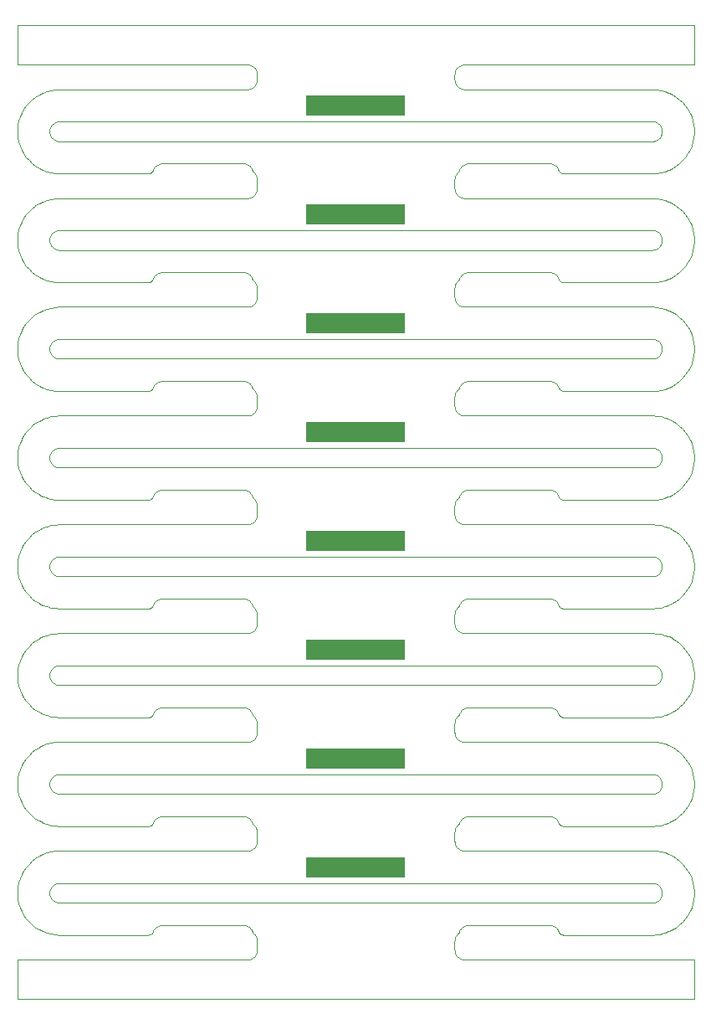
<source format=gbr>
G04 #@! TF.GenerationSoftware,KiCad,Pcbnew,5.1.5+dfsg1-2build2*
G04 #@! TF.CreationDate,2021-10-10T04:01:23+00:00*
G04 #@! TF.ProjectId,bobbin_bottom_3.3,626f6262-696e-45f6-926f-74746f6d5f33,rev?*
G04 #@! TF.SameCoordinates,Original*
G04 #@! TF.FileFunction,Paste,Bot*
G04 #@! TF.FilePolarity,Positive*
%FSLAX46Y46*%
G04 Gerber Fmt 4.6, Leading zero omitted, Abs format (unit mm)*
G04 Created by KiCad (PCBNEW 5.1.5+dfsg1-2build2) date 2021-10-10 04:01:23*
%MOMM*%
%LPD*%
G04 APERTURE LIST*
G04 #@! TA.AperFunction,Profile*
%ADD10C,0.100000*%
G04 #@! TD*
%ADD11R,10.000000X2.000000*%
G04 APERTURE END LIST*
D10*
X114499900Y-77215900D02*
X114401100Y-77236200D01*
X114596400Y-77185700D02*
X114499900Y-77215900D01*
X114689300Y-77145900D02*
X114596400Y-77185700D01*
X114777600Y-77096800D02*
X114689300Y-77145900D01*
X114860800Y-77038900D02*
X114777600Y-77096800D01*
X114937500Y-76973100D02*
X114860800Y-77038900D01*
X115007100Y-76899800D02*
X114937500Y-76973100D01*
X115069000Y-76819900D02*
X115007100Y-76899800D01*
X115122400Y-76734100D02*
X115069000Y-76819900D01*
X115166900Y-76643400D02*
X115122400Y-76734100D01*
X115202000Y-76548600D02*
X115166900Y-76643400D01*
X115227300Y-76450700D02*
X115202000Y-76548600D01*
X115242600Y-76350800D02*
X115227300Y-76450700D01*
X115247700Y-76249900D02*
X115242600Y-76350800D01*
X115242600Y-76149200D02*
X115247700Y-76249900D01*
X115227300Y-76049300D02*
X115242600Y-76149200D01*
X115202000Y-75951500D02*
X115227300Y-76049300D01*
X115166900Y-75856700D02*
X115202000Y-75951500D01*
X115122400Y-75766000D02*
X115166900Y-75856700D01*
X115069000Y-75680200D02*
X115122400Y-75766000D01*
X115007100Y-75600300D02*
X115069000Y-75680200D01*
X114937300Y-75526800D02*
X115007100Y-75600300D01*
X114860600Y-75461000D02*
X114937300Y-75526800D01*
X114777600Y-75403300D02*
X114860600Y-75461000D01*
X114689300Y-75354200D02*
X114777600Y-75403300D01*
X114596600Y-75314500D02*
X114689300Y-75354200D01*
X114500200Y-75284200D02*
X114596600Y-75314500D01*
X114401200Y-75263800D02*
X114500200Y-75284200D01*
X114300700Y-75253600D02*
X114401200Y-75263800D01*
X114224800Y-75251000D02*
X114300700Y-75253600D01*
X54275400Y-75251000D02*
X114224800Y-75251000D01*
X54199100Y-75253600D02*
X54275400Y-75251000D01*
X54098800Y-75263800D02*
X54199100Y-75253600D01*
X53999800Y-75284200D02*
X54098800Y-75263800D01*
X53903400Y-75314500D02*
X53999800Y-75284200D01*
X53810500Y-75354300D02*
X53903400Y-75314500D01*
X53722100Y-75403400D02*
X53810500Y-75354300D01*
X53639200Y-75461200D02*
X53722100Y-75403400D01*
X53562500Y-75527000D02*
X53639200Y-75461200D01*
X53492900Y-75600300D02*
X53562500Y-75527000D01*
X53431000Y-75680200D02*
X53492900Y-75600300D01*
X53377600Y-75766000D02*
X53431000Y-75680200D01*
X53333100Y-75856700D02*
X53377600Y-75766000D01*
X53298100Y-75951200D02*
X53333100Y-75856700D01*
X53272700Y-76049100D02*
X53298100Y-75951200D01*
X53257400Y-76149000D02*
X53272700Y-76049100D01*
X53252300Y-76249900D02*
X53257400Y-76149000D01*
X53257400Y-76350800D02*
X53252300Y-76249900D01*
X53272700Y-76450700D02*
X53257400Y-76350800D01*
X53298000Y-76548600D02*
X53272700Y-76450700D01*
X53333100Y-76643400D02*
X53298000Y-76548600D01*
X53377600Y-76734100D02*
X53333100Y-76643400D01*
X53431000Y-76819900D02*
X53377600Y-76734100D01*
X53492900Y-76899800D02*
X53431000Y-76819900D01*
X53562500Y-76973100D02*
X53492900Y-76899800D01*
X53639200Y-77038900D02*
X53562500Y-76973100D01*
X53722100Y-77096700D02*
X53639200Y-77038900D01*
X53810500Y-77145700D02*
X53722100Y-77096700D01*
X53903400Y-77185600D02*
X53810500Y-77145700D01*
X53999800Y-77215900D02*
X53903400Y-77185600D01*
X54098800Y-77236200D02*
X53999800Y-77215900D01*
X54199300Y-77246500D02*
X54098800Y-77236200D01*
X54275200Y-77249000D02*
X54199300Y-77246500D01*
X114224900Y-77249000D02*
X54275200Y-77249000D01*
X114300500Y-77246500D02*
X114224900Y-77249000D01*
X114401100Y-77236200D02*
X114300500Y-77246500D01*
X114499900Y-132216000D02*
X114401100Y-132236300D01*
X114596400Y-132185800D02*
X114499900Y-132216000D01*
X114689300Y-132145900D02*
X114596400Y-132185800D01*
X114777600Y-132096900D02*
X114689300Y-132145900D01*
X114860800Y-132039000D02*
X114777600Y-132096900D01*
X114937500Y-131973200D02*
X114860800Y-132039000D01*
X115007100Y-131899900D02*
X114937500Y-131973200D01*
X115069000Y-131820000D02*
X115007100Y-131899900D01*
X115122400Y-131734200D02*
X115069000Y-131820000D01*
X115166900Y-131643500D02*
X115122400Y-131734200D01*
X115202000Y-131548700D02*
X115166900Y-131643500D01*
X115227300Y-131450800D02*
X115202000Y-131548700D01*
X115242600Y-131350900D02*
X115227300Y-131450800D01*
X115247700Y-131250000D02*
X115242600Y-131350900D01*
X115242600Y-131149300D02*
X115247700Y-131250000D01*
X115227300Y-131049400D02*
X115242600Y-131149300D01*
X115202000Y-130951600D02*
X115227300Y-131049400D01*
X115166900Y-130856800D02*
X115202000Y-130951600D01*
X115122400Y-130766100D02*
X115166900Y-130856800D01*
X115069000Y-130680300D02*
X115122400Y-130766100D01*
X115007100Y-130600300D02*
X115069000Y-130680300D01*
X114937300Y-130526900D02*
X115007100Y-130600300D01*
X114860600Y-130461100D02*
X114937300Y-130526900D01*
X114777600Y-130403300D02*
X114860600Y-130461100D01*
X114689300Y-130354300D02*
X114777600Y-130403300D01*
X114596600Y-130314600D02*
X114689300Y-130354300D01*
X114500200Y-130284300D02*
X114596600Y-130314600D01*
X114401200Y-130263900D02*
X114500200Y-130284300D01*
X114300700Y-130253700D02*
X114401200Y-130263900D01*
X114224800Y-130251100D02*
X114300700Y-130253700D01*
X54275400Y-130251100D02*
X114224800Y-130251100D01*
X54199200Y-130253700D02*
X54275400Y-130251100D01*
X54098800Y-130263900D02*
X54199200Y-130253700D01*
X53999800Y-130284300D02*
X54098800Y-130263900D01*
X53903400Y-130314600D02*
X53999800Y-130284300D01*
X53810500Y-130354400D02*
X53903400Y-130314600D01*
X53722100Y-130403500D02*
X53810500Y-130354400D01*
X53639200Y-130461200D02*
X53722100Y-130403500D01*
X53562500Y-130527100D02*
X53639200Y-130461200D01*
X53492900Y-130600300D02*
X53562500Y-130527100D01*
X53431000Y-130680300D02*
X53492900Y-130600300D01*
X53377600Y-130766100D02*
X53431000Y-130680300D01*
X53333100Y-130856800D02*
X53377600Y-130766100D01*
X53298100Y-130951300D02*
X53333100Y-130856800D01*
X53272700Y-131049200D02*
X53298100Y-130951300D01*
X53257400Y-131149100D02*
X53272700Y-131049200D01*
X53252300Y-131250000D02*
X53257400Y-131149100D01*
X53257400Y-131350900D02*
X53252300Y-131250000D01*
X53272700Y-131450800D02*
X53257400Y-131350900D01*
X53298000Y-131548700D02*
X53272700Y-131450800D01*
X53333100Y-131643500D02*
X53298000Y-131548700D01*
X53377600Y-131734200D02*
X53333100Y-131643500D01*
X53431000Y-131820000D02*
X53377600Y-131734200D01*
X53492900Y-131899900D02*
X53431000Y-131820000D01*
X53562500Y-131973200D02*
X53492900Y-131899900D01*
X53639200Y-132039000D02*
X53562500Y-131973200D01*
X53722100Y-132096800D02*
X53639200Y-132039000D01*
X53810500Y-132145800D02*
X53722100Y-132096800D01*
X53903400Y-132185700D02*
X53810500Y-132145800D01*
X53999800Y-132216000D02*
X53903400Y-132185700D01*
X54098800Y-132236300D02*
X53999800Y-132216000D01*
X54199300Y-132246600D02*
X54098800Y-132236300D01*
X54275200Y-132249100D02*
X54199300Y-132246600D01*
X114224900Y-132249100D02*
X54275200Y-132249100D01*
X114300500Y-132246500D02*
X114224900Y-132249100D01*
X114401100Y-132236300D02*
X114300500Y-132246500D01*
X114499900Y-66215900D02*
X114401000Y-66236200D01*
X114596400Y-66185700D02*
X114499900Y-66215900D01*
X114689300Y-66145800D02*
X114596400Y-66185700D01*
X114777600Y-66096800D02*
X114689300Y-66145800D01*
X114860600Y-66039100D02*
X114777600Y-66096800D01*
X114937300Y-65973300D02*
X114860600Y-66039100D01*
X115007100Y-65899800D02*
X114937300Y-65973300D01*
X115069000Y-65819900D02*
X115007100Y-65899800D01*
X115122300Y-65734300D02*
X115069000Y-65819900D01*
X115166800Y-65643600D02*
X115122300Y-65734300D01*
X115201900Y-65548800D02*
X115166800Y-65643600D01*
X115227300Y-65451000D02*
X115201900Y-65548800D01*
X115242600Y-65351100D02*
X115227300Y-65451000D01*
X115247700Y-65250200D02*
X115242600Y-65351100D01*
X115242600Y-65149200D02*
X115247700Y-65250200D01*
X115227300Y-65049300D02*
X115242600Y-65149200D01*
X115202000Y-64951500D02*
X115227300Y-65049300D01*
X115166900Y-64856700D02*
X115202000Y-64951500D01*
X115122400Y-64765900D02*
X115166900Y-64856700D01*
X115069000Y-64680200D02*
X115122400Y-64765900D01*
X115007100Y-64600200D02*
X115069000Y-64680200D01*
X114937300Y-64526800D02*
X115007100Y-64600200D01*
X114860600Y-64461000D02*
X114937300Y-64526800D01*
X114777900Y-64403400D02*
X114860600Y-64461000D01*
X114689500Y-64354300D02*
X114777900Y-64403400D01*
X114596600Y-64314500D02*
X114689500Y-64354300D01*
X114500200Y-64284200D02*
X114596600Y-64314500D01*
X114401200Y-64263800D02*
X114500200Y-64284200D01*
X114300700Y-64253600D02*
X114401200Y-64263800D01*
X114224800Y-64251000D02*
X114300700Y-64253600D01*
X54275300Y-64251000D02*
X114224800Y-64251000D01*
X54199200Y-64253600D02*
X54275300Y-64251000D01*
X54098800Y-64263800D02*
X54199200Y-64253600D01*
X53999800Y-64284200D02*
X54098800Y-64263800D01*
X53903400Y-64314500D02*
X53999800Y-64284200D01*
X53810500Y-64354300D02*
X53903400Y-64314500D01*
X53722100Y-64403400D02*
X53810500Y-64354300D01*
X53639200Y-64461100D02*
X53722100Y-64403400D01*
X53562500Y-64527000D02*
X53639200Y-64461100D01*
X53492900Y-64600200D02*
X53562500Y-64527000D01*
X53431000Y-64680200D02*
X53492900Y-64600200D01*
X53377600Y-64765900D02*
X53431000Y-64680200D01*
X53333100Y-64856700D02*
X53377600Y-64765900D01*
X53298000Y-64951500D02*
X53333100Y-64856700D01*
X53272700Y-65049000D02*
X53298000Y-64951500D01*
X53257400Y-65148900D02*
X53272700Y-65049000D01*
X53252300Y-65249900D02*
X53257400Y-65148900D01*
X53257400Y-65350800D02*
X53252300Y-65249900D01*
X53272700Y-65450700D02*
X53257400Y-65350800D01*
X53298000Y-65548600D02*
X53272700Y-65450700D01*
X53333100Y-65643300D02*
X53298000Y-65548600D01*
X53377600Y-65734100D02*
X53333100Y-65643300D01*
X53431000Y-65819900D02*
X53377600Y-65734100D01*
X53492900Y-65899800D02*
X53431000Y-65819900D01*
X53562500Y-65973100D02*
X53492900Y-65899800D01*
X53639200Y-66038900D02*
X53562500Y-65973100D01*
X53722100Y-66096700D02*
X53639200Y-66038900D01*
X53810500Y-66145700D02*
X53722100Y-66096700D01*
X53903400Y-66185600D02*
X53810500Y-66145700D01*
X53999800Y-66215900D02*
X53903400Y-66185600D01*
X54098800Y-66236200D02*
X53999800Y-66215900D01*
X54199300Y-66246400D02*
X54098800Y-66236200D01*
X54275200Y-66249000D02*
X54199300Y-66246400D01*
X114224900Y-66249000D02*
X54275200Y-66249000D01*
X114300600Y-66246400D02*
X114224900Y-66249000D01*
X114401000Y-66236200D02*
X114300600Y-66246400D01*
X114499900Y-121216000D02*
X114401000Y-121236300D01*
X114596400Y-121185800D02*
X114499900Y-121216000D01*
X114689300Y-121145900D02*
X114596400Y-121185800D01*
X114777600Y-121096900D02*
X114689300Y-121145900D01*
X114860800Y-121039000D02*
X114777600Y-121096900D01*
X114937500Y-120973200D02*
X114860800Y-121039000D01*
X115007100Y-120899900D02*
X114937500Y-120973200D01*
X115069000Y-120820000D02*
X115007100Y-120899900D01*
X115122400Y-120734200D02*
X115069000Y-120820000D01*
X115166900Y-120643400D02*
X115122400Y-120734200D01*
X115202000Y-120548700D02*
X115166900Y-120643400D01*
X115227300Y-120450800D02*
X115202000Y-120548700D01*
X115242600Y-120350900D02*
X115227300Y-120450800D01*
X115247700Y-120250000D02*
X115242600Y-120350900D01*
X115242600Y-120149300D02*
X115247700Y-120250000D01*
X115227300Y-120049400D02*
X115242600Y-120149300D01*
X115202000Y-119951600D02*
X115227300Y-120049400D01*
X115166900Y-119856800D02*
X115202000Y-119951600D01*
X115122400Y-119766000D02*
X115166900Y-119856800D01*
X115069000Y-119680300D02*
X115122400Y-119766000D01*
X115007100Y-119600300D02*
X115069000Y-119680300D01*
X114937300Y-119526900D02*
X115007100Y-119600300D01*
X114860600Y-119461100D02*
X114937300Y-119526900D01*
X114777600Y-119403300D02*
X114860600Y-119461100D01*
X114689300Y-119354300D02*
X114777600Y-119403300D01*
X114596600Y-119314500D02*
X114689300Y-119354300D01*
X114500200Y-119284300D02*
X114596600Y-119314500D01*
X114401200Y-119263900D02*
X114500200Y-119284300D01*
X114300700Y-119253700D02*
X114401200Y-119263900D01*
X114224800Y-119251100D02*
X114300700Y-119253700D01*
X54275300Y-119251100D02*
X114224800Y-119251100D01*
X54199300Y-119253700D02*
X54275300Y-119251100D01*
X54098800Y-119263900D02*
X54199300Y-119253700D01*
X53999800Y-119284300D02*
X54098800Y-119263900D01*
X53903400Y-119314500D02*
X53999800Y-119284300D01*
X53810500Y-119354400D02*
X53903400Y-119314500D01*
X53722100Y-119403500D02*
X53810500Y-119354400D01*
X53639200Y-119461200D02*
X53722100Y-119403500D01*
X53562500Y-119527100D02*
X53639200Y-119461200D01*
X53492900Y-119600300D02*
X53562500Y-119527100D01*
X53431000Y-119680300D02*
X53492900Y-119600300D01*
X53377600Y-119766000D02*
X53431000Y-119680300D01*
X53333100Y-119856800D02*
X53377600Y-119766000D01*
X53298100Y-119951300D02*
X53333100Y-119856800D01*
X53272700Y-120049100D02*
X53298100Y-119951300D01*
X53257400Y-120149000D02*
X53272700Y-120049100D01*
X53252300Y-120250000D02*
X53257400Y-120149000D01*
X53257400Y-120350900D02*
X53252300Y-120250000D01*
X53272700Y-120450800D02*
X53257400Y-120350900D01*
X53298000Y-120548700D02*
X53272700Y-120450800D01*
X53333100Y-120643400D02*
X53298000Y-120548700D01*
X53377600Y-120734200D02*
X53333100Y-120643400D01*
X53431000Y-120820000D02*
X53377600Y-120734200D01*
X53492900Y-120899900D02*
X53431000Y-120820000D01*
X53562500Y-120973200D02*
X53492900Y-120899900D01*
X53639200Y-121039000D02*
X53562500Y-120973200D01*
X53722100Y-121096700D02*
X53639200Y-121039000D01*
X53810500Y-121145800D02*
X53722100Y-121096700D01*
X53903400Y-121185700D02*
X53810500Y-121145800D01*
X53999800Y-121215900D02*
X53903400Y-121185700D01*
X54098800Y-121236300D02*
X53999800Y-121215900D01*
X54199300Y-121246500D02*
X54098800Y-121236300D01*
X54275200Y-121249100D02*
X54199300Y-121246500D01*
X114224800Y-121249100D02*
X54275200Y-121249100D01*
X114300600Y-121246500D02*
X114224800Y-121249100D01*
X114401000Y-121236300D02*
X114300600Y-121246500D01*
X114499900Y-55215900D02*
X114401000Y-55236200D01*
X114596400Y-55185700D02*
X114499900Y-55215900D01*
X114689300Y-55145800D02*
X114596400Y-55185700D01*
X114777600Y-55096800D02*
X114689300Y-55145800D01*
X114860600Y-55039100D02*
X114777600Y-55096800D01*
X114937300Y-54973200D02*
X114860600Y-55039100D01*
X115007100Y-54899800D02*
X114937300Y-54973200D01*
X115069000Y-54819900D02*
X115007100Y-54899800D01*
X115122300Y-54734300D02*
X115069000Y-54819900D01*
X115166800Y-54643600D02*
X115122300Y-54734300D01*
X115201900Y-54548800D02*
X115166800Y-54643600D01*
X115227300Y-54451000D02*
X115201900Y-54548800D01*
X115242600Y-54351100D02*
X115227300Y-54451000D01*
X115247700Y-54250100D02*
X115242600Y-54351100D01*
X115242600Y-54149200D02*
X115247700Y-54250100D01*
X115227300Y-54049300D02*
X115242600Y-54149200D01*
X115202000Y-53951500D02*
X115227300Y-54049300D01*
X115166900Y-53856700D02*
X115202000Y-53951500D01*
X115122400Y-53765900D02*
X115166900Y-53856700D01*
X115069000Y-53680200D02*
X115122400Y-53765900D01*
X115007100Y-53600200D02*
X115069000Y-53680200D01*
X114937300Y-53526800D02*
X115007100Y-53600200D01*
X114860600Y-53460900D02*
X114937300Y-53526800D01*
X114777900Y-53403400D02*
X114860600Y-53460900D01*
X114689500Y-53354300D02*
X114777900Y-53403400D01*
X114596600Y-53314400D02*
X114689500Y-53354300D01*
X114500200Y-53284200D02*
X114596600Y-53314400D01*
X114401200Y-53263800D02*
X114500200Y-53284200D01*
X114300700Y-53253600D02*
X114401200Y-53263800D01*
X114224800Y-53251000D02*
X114300700Y-53253600D01*
X54275200Y-53251000D02*
X114224800Y-53251000D01*
X54199300Y-53253600D02*
X54275200Y-53251000D01*
X54098800Y-53263800D02*
X54199300Y-53253600D01*
X53999800Y-53284200D02*
X54098800Y-53263800D01*
X53903400Y-53314400D02*
X53999800Y-53284200D01*
X53810500Y-53354300D02*
X53903400Y-53314400D01*
X53722100Y-53403400D02*
X53810500Y-53354300D01*
X53639200Y-53461100D02*
X53722100Y-53403400D01*
X53562500Y-53527000D02*
X53639200Y-53461100D01*
X53492900Y-53600200D02*
X53562500Y-53527000D01*
X53431000Y-53680200D02*
X53492900Y-53600200D01*
X53377600Y-53765900D02*
X53431000Y-53680200D01*
X53333100Y-53856700D02*
X53377600Y-53765900D01*
X53298000Y-53951500D02*
X53333100Y-53856700D01*
X53272700Y-54049000D02*
X53298000Y-53951500D01*
X53257400Y-54148900D02*
X53272700Y-54049000D01*
X53252300Y-54249900D02*
X53257400Y-54148900D01*
X53257400Y-54350800D02*
X53252300Y-54249900D01*
X53272700Y-54450700D02*
X53257400Y-54350800D01*
X53298000Y-54548500D02*
X53272700Y-54450700D01*
X53333100Y-54643300D02*
X53298000Y-54548500D01*
X53377600Y-54734100D02*
X53333100Y-54643300D01*
X53431000Y-54819900D02*
X53377600Y-54734100D01*
X53492900Y-54899800D02*
X53431000Y-54819900D01*
X53562500Y-54973000D02*
X53492900Y-54899800D01*
X53639200Y-55038900D02*
X53562500Y-54973000D01*
X53722100Y-55096600D02*
X53639200Y-55038900D01*
X53810500Y-55145700D02*
X53722100Y-55096600D01*
X53903400Y-55185600D02*
X53810500Y-55145700D01*
X53999800Y-55215800D02*
X53903400Y-55185600D01*
X54098800Y-55236200D02*
X53999800Y-55215800D01*
X54199300Y-55246400D02*
X54098800Y-55236200D01*
X54275200Y-55249000D02*
X54199300Y-55246400D01*
X114224800Y-55249000D02*
X54275200Y-55249000D01*
X114300700Y-55246400D02*
X114224800Y-55249000D01*
X114401000Y-55236200D02*
X114300700Y-55246400D01*
X114500200Y-110215900D02*
X114400900Y-110236300D01*
X114596600Y-110185700D02*
X114500200Y-110215900D01*
X114689500Y-110145800D02*
X114596600Y-110185700D01*
X114777900Y-110096700D02*
X114689500Y-110145800D01*
X114860800Y-110039000D02*
X114777900Y-110096700D01*
X114937500Y-109973100D02*
X114860800Y-110039000D01*
X115007100Y-109899900D02*
X114937500Y-109973100D01*
X115069000Y-109819900D02*
X115007100Y-109899900D01*
X115122400Y-109734200D02*
X115069000Y-109819900D01*
X115166900Y-109643400D02*
X115122400Y-109734200D01*
X115202000Y-109548600D02*
X115166900Y-109643400D01*
X115227300Y-109450800D02*
X115202000Y-109548600D01*
X115242600Y-109350900D02*
X115227300Y-109450800D01*
X115247700Y-109250000D02*
X115242600Y-109350900D01*
X115242600Y-109149300D02*
X115247700Y-109250000D01*
X115227300Y-109049400D02*
X115242600Y-109149300D01*
X115202000Y-108951500D02*
X115227300Y-109049400D01*
X115166900Y-108856800D02*
X115202000Y-108951500D01*
X115122400Y-108766000D02*
X115166900Y-108856800D01*
X115069000Y-108680200D02*
X115122400Y-108766000D01*
X115007100Y-108600300D02*
X115069000Y-108680200D01*
X114937300Y-108526900D02*
X115007100Y-108600300D01*
X114860600Y-108461000D02*
X114937300Y-108526900D01*
X114777600Y-108403300D02*
X114860600Y-108461000D01*
X114689300Y-108354300D02*
X114777600Y-108403300D01*
X114596600Y-108314500D02*
X114689300Y-108354300D01*
X114500200Y-108284300D02*
X114596600Y-108314500D01*
X114401200Y-108263900D02*
X114500200Y-108284300D01*
X114300700Y-108253700D02*
X114401200Y-108263900D01*
X114224800Y-108251100D02*
X114300700Y-108253700D01*
X54275200Y-108251100D02*
X114224800Y-108251100D01*
X54199400Y-108253700D02*
X54275200Y-108251100D01*
X54098800Y-108263900D02*
X54199400Y-108253700D01*
X53999800Y-108284300D02*
X54098800Y-108263900D01*
X53903400Y-108314500D02*
X53999800Y-108284300D01*
X53810500Y-108354400D02*
X53903400Y-108314500D01*
X53722100Y-108403500D02*
X53810500Y-108354400D01*
X53639200Y-108461200D02*
X53722100Y-108403500D01*
X53562500Y-108527000D02*
X53639200Y-108461200D01*
X53492900Y-108600300D02*
X53562500Y-108527000D01*
X53431000Y-108680200D02*
X53492900Y-108600300D01*
X53377600Y-108766000D02*
X53431000Y-108680200D01*
X53333100Y-108856800D02*
X53377600Y-108766000D01*
X53298100Y-108951300D02*
X53333100Y-108856800D01*
X53272700Y-109049100D02*
X53298100Y-108951300D01*
X53257400Y-109149000D02*
X53272700Y-109049100D01*
X53252300Y-109250000D02*
X53257400Y-109149000D01*
X53257400Y-109350900D02*
X53252300Y-109250000D01*
X53272700Y-109450800D02*
X53257400Y-109350900D01*
X53298000Y-109548600D02*
X53272700Y-109450800D01*
X53333100Y-109643400D02*
X53298000Y-109548600D01*
X53377600Y-109734200D02*
X53333100Y-109643400D01*
X53431000Y-109819900D02*
X53377600Y-109734200D01*
X53492900Y-109899900D02*
X53431000Y-109819900D01*
X53562500Y-109973100D02*
X53492900Y-109899900D01*
X53639200Y-110039000D02*
X53562500Y-109973100D01*
X53722100Y-110096700D02*
X53639200Y-110039000D01*
X53810500Y-110145800D02*
X53722100Y-110096700D01*
X53903400Y-110185700D02*
X53810500Y-110145800D01*
X53999800Y-110215900D02*
X53903400Y-110185700D01*
X54098800Y-110236300D02*
X53999800Y-110215900D01*
X54199300Y-110246500D02*
X54098800Y-110236300D01*
X54275200Y-110249100D02*
X54199300Y-110246500D01*
X114224700Y-110249100D02*
X54275200Y-110249100D01*
X114300700Y-110246500D02*
X114224700Y-110249100D01*
X114400900Y-110236300D02*
X114300700Y-110246500D01*
X114500200Y-99215900D02*
X114400800Y-99236300D01*
X114596600Y-99185600D02*
X114500200Y-99215900D01*
X114689500Y-99145800D02*
X114596600Y-99185600D01*
X114777900Y-99096700D02*
X114689500Y-99145800D01*
X114860800Y-99039000D02*
X114777900Y-99096700D01*
X114937500Y-98973100D02*
X114860800Y-99039000D01*
X115007100Y-98899900D02*
X114937500Y-98973100D01*
X115069000Y-98819900D02*
X115007100Y-98899900D01*
X115122400Y-98734100D02*
X115069000Y-98819900D01*
X115166900Y-98643400D02*
X115122400Y-98734100D01*
X115202000Y-98548600D02*
X115166900Y-98643400D01*
X115227300Y-98450800D02*
X115202000Y-98548600D01*
X115242600Y-98350900D02*
X115227300Y-98450800D01*
X115247700Y-98249900D02*
X115242600Y-98350900D01*
X115242600Y-98149300D02*
X115247700Y-98249900D01*
X115227300Y-98049400D02*
X115242600Y-98149300D01*
X115202000Y-97951500D02*
X115227300Y-98049400D01*
X115166900Y-97856700D02*
X115202000Y-97951500D01*
X115122400Y-97766000D02*
X115166900Y-97856700D01*
X115069000Y-97680200D02*
X115122400Y-97766000D01*
X115007100Y-97600300D02*
X115069000Y-97680200D01*
X114937300Y-97526800D02*
X115007100Y-97600300D01*
X114860600Y-97461000D02*
X114937300Y-97526800D01*
X114777600Y-97403300D02*
X114860600Y-97461000D01*
X114689300Y-97354300D02*
X114777600Y-97403300D01*
X114596600Y-97314500D02*
X114689300Y-97354300D01*
X114500200Y-97284200D02*
X114596600Y-97314500D01*
X114401200Y-97263900D02*
X114500200Y-97284200D01*
X114300700Y-97253600D02*
X114401200Y-97263900D01*
X114224800Y-97251100D02*
X114300700Y-97253600D01*
X54275100Y-97251100D02*
X114224800Y-97251100D01*
X54199500Y-97253700D02*
X54275100Y-97251100D01*
X54098800Y-97263900D02*
X54199500Y-97253700D01*
X53999800Y-97284200D02*
X54098800Y-97263900D01*
X53903400Y-97314500D02*
X53999800Y-97284200D01*
X53810500Y-97354400D02*
X53903400Y-97314500D01*
X53722100Y-97403400D02*
X53810500Y-97354400D01*
X53639200Y-97461200D02*
X53722100Y-97403400D01*
X53562500Y-97527000D02*
X53639200Y-97461200D01*
X53492900Y-97600300D02*
X53562500Y-97527000D01*
X53431000Y-97680200D02*
X53492900Y-97600300D01*
X53377600Y-97766000D02*
X53431000Y-97680200D01*
X53333100Y-97856700D02*
X53377600Y-97766000D01*
X53298100Y-97951300D02*
X53333100Y-97856700D01*
X53272700Y-98049100D02*
X53298100Y-97951300D01*
X53257400Y-98149000D02*
X53272700Y-98049100D01*
X53252300Y-98249900D02*
X53257400Y-98149000D01*
X53257400Y-98350900D02*
X53252300Y-98249900D01*
X53272700Y-98450800D02*
X53257400Y-98350900D01*
X53298000Y-98548600D02*
X53272700Y-98450800D01*
X53333100Y-98643400D02*
X53298000Y-98548600D01*
X53377600Y-98734100D02*
X53333100Y-98643400D01*
X53431000Y-98819900D02*
X53377600Y-98734100D01*
X53492900Y-98899900D02*
X53431000Y-98819900D01*
X53562500Y-98973100D02*
X53492900Y-98899900D01*
X53639200Y-99039000D02*
X53562500Y-98973100D01*
X53722100Y-99096700D02*
X53639200Y-99039000D01*
X53810500Y-99145800D02*
X53722100Y-99096700D01*
X53903400Y-99185600D02*
X53810500Y-99145800D01*
X53999800Y-99215900D02*
X53903400Y-99185600D01*
X54098800Y-99236300D02*
X53999800Y-99215900D01*
X54199300Y-99246500D02*
X54098800Y-99236300D01*
X54275200Y-99249100D02*
X54199300Y-99246500D01*
X114224600Y-99249100D02*
X54275200Y-99249100D01*
X114300800Y-99246500D02*
X114224600Y-99249100D01*
X114400800Y-99236300D02*
X114300800Y-99246500D01*
X114500200Y-88215900D02*
X114400700Y-88236300D01*
X114596600Y-88185600D02*
X114500200Y-88215900D01*
X114689500Y-88145700D02*
X114596600Y-88185600D01*
X114777900Y-88096700D02*
X114689500Y-88145700D01*
X114860800Y-88038900D02*
X114777900Y-88096700D01*
X114937500Y-87973100D02*
X114860800Y-88038900D01*
X115007100Y-87899800D02*
X114937500Y-87973100D01*
X115069000Y-87819900D02*
X115007100Y-87899800D01*
X115122400Y-87734100D02*
X115069000Y-87819900D01*
X115166900Y-87643400D02*
X115122400Y-87734100D01*
X115202000Y-87548600D02*
X115166900Y-87643400D01*
X115227300Y-87450800D02*
X115202000Y-87548600D01*
X115242600Y-87350900D02*
X115227300Y-87450800D01*
X115247700Y-87249900D02*
X115242600Y-87350900D01*
X115242600Y-87149300D02*
X115247700Y-87249900D01*
X115227300Y-87049400D02*
X115242600Y-87149300D01*
X115202000Y-86951500D02*
X115227300Y-87049400D01*
X115166900Y-86856700D02*
X115202000Y-86951500D01*
X115122400Y-86766000D02*
X115166900Y-86856700D01*
X115069000Y-86680200D02*
X115122400Y-86766000D01*
X115007100Y-86600300D02*
X115069000Y-86680200D01*
X114937300Y-86526800D02*
X115007100Y-86600300D01*
X114860600Y-86461000D02*
X114937300Y-86526800D01*
X114777600Y-86403300D02*
X114860600Y-86461000D01*
X114689300Y-86354200D02*
X114777600Y-86403300D01*
X114596600Y-86314500D02*
X114689300Y-86354200D01*
X114500200Y-86284200D02*
X114596600Y-86314500D01*
X114401200Y-86263900D02*
X114500200Y-86284200D01*
X114300700Y-86253600D02*
X114401200Y-86263900D01*
X114224800Y-86251100D02*
X114300700Y-86253600D01*
X54275000Y-86251100D02*
X114224800Y-86251100D01*
X54199600Y-86253600D02*
X54275000Y-86251100D01*
X54098800Y-86263900D02*
X54199600Y-86253600D01*
X53999800Y-86284200D02*
X54098800Y-86263900D01*
X53903400Y-86314500D02*
X53999800Y-86284200D01*
X53810500Y-86354400D02*
X53903400Y-86314500D01*
X53722100Y-86403400D02*
X53810500Y-86354400D01*
X53639200Y-86461200D02*
X53722100Y-86403400D01*
X53562500Y-86527000D02*
X53639200Y-86461200D01*
X53492900Y-86600300D02*
X53562500Y-86527000D01*
X53431000Y-86680200D02*
X53492900Y-86600300D01*
X53377600Y-86766000D02*
X53431000Y-86680200D01*
X53333100Y-86856700D02*
X53377600Y-86766000D01*
X53298100Y-86951200D02*
X53333100Y-86856700D01*
X53272700Y-87049100D02*
X53298100Y-86951200D01*
X53257400Y-87149000D02*
X53272700Y-87049100D01*
X53252300Y-87249900D02*
X53257400Y-87149000D01*
X53257400Y-87350900D02*
X53252300Y-87249900D01*
X53272700Y-87450800D02*
X53257400Y-87350900D01*
X53298000Y-87548600D02*
X53272700Y-87450800D01*
X53333100Y-87643400D02*
X53298000Y-87548600D01*
X53377600Y-87734100D02*
X53333100Y-87643400D01*
X53431000Y-87819900D02*
X53377600Y-87734100D01*
X53492900Y-87899800D02*
X53431000Y-87819900D01*
X53562500Y-87973100D02*
X53492900Y-87899800D01*
X53639200Y-88038900D02*
X53562500Y-87973100D01*
X53722100Y-88096700D02*
X53639200Y-88038900D01*
X53810500Y-88145700D02*
X53722100Y-88096700D01*
X53903400Y-88185600D02*
X53810500Y-88145700D01*
X53999800Y-88215900D02*
X53903400Y-88185600D01*
X54098800Y-88236200D02*
X53999800Y-88215900D01*
X54199300Y-88246500D02*
X54098800Y-88236200D01*
X54275200Y-88249100D02*
X54199300Y-88246500D01*
X114224500Y-88249100D02*
X54275200Y-88249100D01*
X114300900Y-88246500D02*
X114224500Y-88249100D01*
X114400700Y-88236300D02*
X114300900Y-88246500D01*
X118471000Y-43499000D02*
X50014600Y-43499700D01*
X118487300Y-43500000D02*
X118471000Y-43499000D01*
X118492900Y-43503700D02*
X118487300Y-43500000D01*
X118494800Y-43508200D02*
X118492900Y-43503700D01*
X118495500Y-43523500D02*
X118494800Y-43508200D01*
X118495500Y-47475500D02*
X118495500Y-43523500D01*
X118494300Y-47492700D02*
X118495500Y-47475500D01*
X118491600Y-47496700D02*
X118494300Y-47492700D01*
X118487300Y-47499000D02*
X118491600Y-47496700D01*
X95241200Y-47500000D02*
X118487300Y-47499000D01*
X95144000Y-47504800D02*
X95241200Y-47500000D01*
X95047900Y-47519000D02*
X95144000Y-47504800D01*
X94953600Y-47542600D02*
X95047900Y-47519000D01*
X94862200Y-47575400D02*
X94953600Y-47542600D01*
X94774300Y-47616900D02*
X94862200Y-47575400D01*
X94691000Y-47666900D02*
X94774300Y-47616900D01*
X94613000Y-47724700D02*
X94691000Y-47666900D01*
X94541000Y-47790000D02*
X94613000Y-47724700D01*
X94475700Y-47862000D02*
X94541000Y-47790000D01*
X94417900Y-47940000D02*
X94475700Y-47862000D01*
X94367900Y-48023300D02*
X94417900Y-47940000D01*
X94326400Y-48111100D02*
X94367900Y-48023300D01*
X94293600Y-48202600D02*
X94326400Y-48111100D01*
X94270000Y-48296900D02*
X94293600Y-48202600D01*
X94255800Y-48393000D02*
X94270000Y-48296900D01*
X94251000Y-48490200D02*
X94255800Y-48393000D01*
X94251000Y-49008800D02*
X94251000Y-48490200D01*
X94255800Y-49106000D02*
X94251000Y-49008800D01*
X94270000Y-49202100D02*
X94255800Y-49106000D01*
X94293600Y-49296400D02*
X94270000Y-49202100D01*
X94326400Y-49387900D02*
X94293600Y-49296400D01*
X94367900Y-49475700D02*
X94326400Y-49387900D01*
X94417900Y-49559000D02*
X94367900Y-49475700D01*
X94475700Y-49637000D02*
X94417900Y-49559000D01*
X94541000Y-49709000D02*
X94475700Y-49637000D01*
X94613000Y-49774300D02*
X94541000Y-49709000D01*
X94691000Y-49832100D02*
X94613000Y-49774300D01*
X94774300Y-49882100D02*
X94691000Y-49832100D01*
X94862200Y-49923600D02*
X94774300Y-49882100D01*
X94953600Y-49956400D02*
X94862200Y-49923600D01*
X95047900Y-49980000D02*
X94953600Y-49956400D01*
X95144000Y-49994200D02*
X95047900Y-49980000D01*
X95241200Y-49999000D02*
X95144000Y-49994200D01*
X114243700Y-49999000D02*
X95241200Y-49999000D01*
X114679800Y-50021100D02*
X114243700Y-49999000D01*
X115105900Y-50086400D02*
X114679800Y-50021100D01*
X115522300Y-50194200D02*
X115105900Y-50086400D01*
X115914500Y-50339100D02*
X115522300Y-50194200D01*
X115937800Y-50349100D02*
X115914500Y-50339100D01*
X116301600Y-50527500D02*
X115937800Y-50349100D01*
X116323800Y-50539900D02*
X116301600Y-50527500D01*
X116678500Y-50761400D02*
X116323800Y-50539900D01*
X117018600Y-51024600D02*
X116678500Y-50761400D01*
X117330700Y-51321300D02*
X117018600Y-51024600D01*
X117603300Y-51638300D02*
X117330700Y-51321300D01*
X117618900Y-51658400D02*
X117603300Y-51638300D01*
X117850300Y-51990900D02*
X117618900Y-51658400D01*
X117863800Y-52012500D02*
X117850300Y-51990900D01*
X118066400Y-52378300D02*
X117863800Y-52012500D01*
X118236000Y-52773500D02*
X118066400Y-52378300D01*
X118364900Y-53184300D02*
X118236000Y-52773500D01*
X118449400Y-53593800D02*
X118364900Y-53184300D01*
X118453300Y-53618900D02*
X118449400Y-53593800D01*
X118494300Y-54022000D02*
X118453300Y-53618900D01*
X118495500Y-54047400D02*
X118494300Y-54022000D01*
X118495200Y-54465600D02*
X118495500Y-54047400D01*
X118451700Y-54893400D02*
X118495200Y-54465600D01*
X118365000Y-55315200D02*
X118451700Y-54893400D01*
X118240200Y-55714200D02*
X118365000Y-55315200D01*
X118231400Y-55738100D02*
X118240200Y-55714200D01*
X118071600Y-56110400D02*
X118231400Y-55738100D01*
X118060400Y-56133200D02*
X118071600Y-56110400D01*
X117857200Y-56498700D02*
X118060400Y-56133200D01*
X117611200Y-56852100D02*
X117857200Y-56498700D01*
X117331000Y-57178400D02*
X117611200Y-56852100D01*
X117018900Y-57475100D02*
X117331000Y-57178400D01*
X116678500Y-57738700D02*
X117018900Y-57475100D01*
X116323800Y-57960100D02*
X116678500Y-57738700D01*
X116301600Y-57972500D02*
X116323800Y-57960100D01*
X115937900Y-58150900D02*
X116301600Y-57972500D01*
X115914500Y-58160900D02*
X115937900Y-58150900D01*
X115522200Y-58305800D02*
X115914500Y-58160900D01*
X115105400Y-58413700D02*
X115522200Y-58305800D01*
X114679800Y-58478900D02*
X115105400Y-58413700D01*
X114243800Y-58501000D02*
X114679800Y-58478900D01*
X105243400Y-58500700D02*
X114243800Y-58501000D01*
X105197400Y-58497900D02*
X105243400Y-58500700D01*
X105146100Y-58489800D02*
X105197400Y-58497900D01*
X105095500Y-58476200D02*
X105146100Y-58489800D01*
X105058300Y-58462300D02*
X105095500Y-58476200D01*
X104999900Y-58433700D02*
X105058300Y-58462300D01*
X104966600Y-58412500D02*
X104999900Y-58433700D01*
X104945300Y-58397000D02*
X104966600Y-58412500D01*
X104905500Y-58363000D02*
X104945300Y-58397000D01*
X104878100Y-58335200D02*
X104905500Y-58363000D01*
X104853000Y-58304700D02*
X104878100Y-58335200D01*
X104816300Y-58250100D02*
X104853000Y-58304700D01*
X104792500Y-58203400D02*
X104816300Y-58250100D01*
X104740500Y-58073800D02*
X104792500Y-58203400D01*
X104697000Y-57990800D02*
X104740500Y-58073800D01*
X104645900Y-57912300D02*
X104697000Y-57990800D01*
X104587700Y-57839000D02*
X104645900Y-57912300D01*
X104522700Y-57771500D02*
X104587700Y-57839000D01*
X104451700Y-57710500D02*
X104522700Y-57771500D01*
X104375200Y-57656400D02*
X104451700Y-57710500D01*
X104293900Y-57609800D02*
X104375200Y-57656400D01*
X104208600Y-57571100D02*
X104293900Y-57609800D01*
X104120000Y-57540700D02*
X104208600Y-57571100D01*
X104029000Y-57518700D02*
X104120000Y-57540700D01*
X103936300Y-57505400D02*
X104029000Y-57518700D01*
X103842500Y-57501000D02*
X103936300Y-57505400D01*
X95657500Y-57501000D02*
X103842500Y-57501000D01*
X95563700Y-57505400D02*
X95657500Y-57501000D01*
X95471000Y-57518700D02*
X95563700Y-57505400D01*
X95380000Y-57540700D02*
X95471000Y-57518700D01*
X95291400Y-57571100D02*
X95380000Y-57540700D01*
X95206100Y-57609800D02*
X95291400Y-57571100D01*
X95124800Y-57656400D02*
X95206100Y-57609800D01*
X95048300Y-57710500D02*
X95124800Y-57656400D01*
X94977300Y-57771500D02*
X95048300Y-57710500D01*
X94912300Y-57839000D02*
X94977300Y-57771500D01*
X94854100Y-57912300D02*
X94912300Y-57839000D01*
X94803000Y-57990800D02*
X94854100Y-57912300D01*
X94759500Y-58073800D02*
X94803000Y-57990800D01*
X94701800Y-58215300D02*
X94759500Y-58073800D01*
X94683400Y-58250600D02*
X94701800Y-58215300D01*
X94655200Y-58294100D02*
X94683400Y-58250600D01*
X94621900Y-58335200D02*
X94655200Y-58294100D01*
X94565200Y-58390300D02*
X94621900Y-58335200D01*
X94494600Y-58463400D02*
X94565200Y-58390300D01*
X94432000Y-58543100D02*
X94494600Y-58463400D01*
X94378000Y-58628700D02*
X94432000Y-58543100D01*
X94332900Y-58719500D02*
X94378000Y-58628700D01*
X94297400Y-58814400D02*
X94332900Y-58719500D01*
X94271700Y-58912400D02*
X94297400Y-58814400D01*
X94256200Y-59012500D02*
X94271700Y-58912400D01*
X94251000Y-59114000D02*
X94256200Y-59012500D01*
X94251000Y-60008800D02*
X94251000Y-59114000D01*
X94255800Y-60106000D02*
X94251000Y-60008800D01*
X94270000Y-60202200D02*
X94255800Y-60106000D01*
X94293600Y-60296400D02*
X94270000Y-60202200D01*
X94326400Y-60387900D02*
X94293600Y-60296400D01*
X94367900Y-60475700D02*
X94326400Y-60387900D01*
X94417900Y-60559000D02*
X94367900Y-60475700D01*
X94475700Y-60637100D02*
X94417900Y-60559000D01*
X94541000Y-60709000D02*
X94475700Y-60637100D01*
X94613000Y-60774300D02*
X94541000Y-60709000D01*
X94691000Y-60832200D02*
X94613000Y-60774300D01*
X94774300Y-60882100D02*
X94691000Y-60832200D01*
X94862200Y-60923600D02*
X94774300Y-60882100D01*
X94953600Y-60956400D02*
X94862200Y-60923600D01*
X95047900Y-60980000D02*
X94953600Y-60956400D01*
X95144000Y-60994200D02*
X95047900Y-60980000D01*
X95241200Y-60999000D02*
X95144000Y-60994200D01*
X114243700Y-60999000D02*
X95241200Y-60999000D01*
X114680300Y-61021200D02*
X114243700Y-60999000D01*
X115093100Y-61084100D02*
X114680300Y-61021200D01*
X115118000Y-61089200D02*
X115093100Y-61084100D01*
X115522300Y-61194200D02*
X115118000Y-61089200D01*
X115914500Y-61339100D02*
X115522300Y-61194200D01*
X115937800Y-61349100D02*
X115914500Y-61339100D01*
X116301600Y-61527600D02*
X115937800Y-61349100D01*
X116323800Y-61539900D02*
X116301600Y-61527600D01*
X116678500Y-61761400D02*
X116323800Y-61539900D01*
X117018600Y-62024600D02*
X116678500Y-61761400D01*
X117330700Y-62321300D02*
X117018600Y-62024600D01*
X117603300Y-62638300D02*
X117330700Y-62321300D01*
X117618900Y-62658400D02*
X117603300Y-62638300D01*
X117850300Y-62990900D02*
X117618900Y-62658400D01*
X117863800Y-63012500D02*
X117850300Y-62990900D01*
X118066400Y-63378300D02*
X117863800Y-63012500D01*
X118236000Y-63773500D02*
X118066400Y-63378300D01*
X118364900Y-64184400D02*
X118236000Y-63773500D01*
X118449400Y-64593800D02*
X118364900Y-64184400D01*
X118453300Y-64619000D02*
X118449400Y-64593800D01*
X118494300Y-65022000D02*
X118453300Y-64619000D01*
X118495500Y-65047400D02*
X118494300Y-65022000D01*
X118495200Y-65465600D02*
X118495500Y-65047400D01*
X118451700Y-65893500D02*
X118495200Y-65465600D01*
X118365000Y-66315200D02*
X118451700Y-65893500D01*
X118240200Y-66714300D02*
X118365000Y-66315200D01*
X118231400Y-66738100D02*
X118240200Y-66714300D01*
X118071600Y-67110400D02*
X118231400Y-66738100D01*
X118060400Y-67133300D02*
X118071600Y-67110400D01*
X117857200Y-67498700D02*
X118060400Y-67133300D01*
X117611200Y-67852100D02*
X117857200Y-67498700D01*
X117331000Y-68178400D02*
X117611200Y-67852100D01*
X117018900Y-68475100D02*
X117331000Y-68178400D01*
X116678500Y-68738700D02*
X117018900Y-68475100D01*
X116323800Y-68960100D02*
X116678500Y-68738700D01*
X116301600Y-68972500D02*
X116323800Y-68960100D01*
X115937900Y-69150900D02*
X116301600Y-68972500D01*
X115914500Y-69160900D02*
X115937900Y-69150900D01*
X115522200Y-69305800D02*
X115914500Y-69160900D01*
X115105400Y-69413700D02*
X115522200Y-69305800D01*
X114679800Y-69478900D02*
X115105400Y-69413700D01*
X114243800Y-69501000D02*
X114679800Y-69478900D01*
X105243400Y-69500700D02*
X114243800Y-69501000D01*
X105197400Y-69497900D02*
X105243400Y-69500700D01*
X105146100Y-69489800D02*
X105197400Y-69497900D01*
X105095500Y-69476200D02*
X105146100Y-69489800D01*
X105058300Y-69462300D02*
X105095500Y-69476200D01*
X104999900Y-69433700D02*
X105058300Y-69462300D01*
X104966600Y-69412500D02*
X104999900Y-69433700D01*
X104945300Y-69397100D02*
X104966600Y-69412500D01*
X104905500Y-69363000D02*
X104945300Y-69397100D01*
X104878100Y-69335200D02*
X104905500Y-69363000D01*
X104853000Y-69304700D02*
X104878100Y-69335200D01*
X104816300Y-69250100D02*
X104853000Y-69304700D01*
X104792500Y-69203400D02*
X104816300Y-69250100D01*
X104740500Y-69073800D02*
X104792500Y-69203400D01*
X104697000Y-68990800D02*
X104740500Y-69073800D01*
X104645900Y-68912300D02*
X104697000Y-68990800D01*
X104587700Y-68839000D02*
X104645900Y-68912300D01*
X104522700Y-68771500D02*
X104587700Y-68839000D01*
X104451700Y-68710500D02*
X104522700Y-68771500D01*
X104375200Y-68656400D02*
X104451700Y-68710500D01*
X104293900Y-68609800D02*
X104375200Y-68656400D01*
X104208600Y-68571100D02*
X104293900Y-68609800D01*
X104120000Y-68540700D02*
X104208600Y-68571100D01*
X104029000Y-68518700D02*
X104120000Y-68540700D01*
X103936200Y-68505400D02*
X104029000Y-68518700D01*
X103842400Y-68501000D02*
X103936200Y-68505400D01*
X95657500Y-68501000D02*
X103842400Y-68501000D01*
X95563700Y-68505500D02*
X95657500Y-68501000D01*
X95471000Y-68518700D02*
X95563700Y-68505500D01*
X95380000Y-68540700D02*
X95471000Y-68518700D01*
X95291400Y-68571100D02*
X95380000Y-68540700D01*
X95206100Y-68609800D02*
X95291400Y-68571100D01*
X95124800Y-68656400D02*
X95206100Y-68609800D01*
X95048300Y-68710500D02*
X95124800Y-68656400D01*
X94977300Y-68771500D02*
X95048300Y-68710500D01*
X94912300Y-68839000D02*
X94977300Y-68771500D01*
X94854100Y-68912300D02*
X94912300Y-68839000D01*
X94803000Y-68990900D02*
X94854100Y-68912300D01*
X94759500Y-69073800D02*
X94803000Y-68990900D01*
X94701800Y-69215300D02*
X94759500Y-69073800D01*
X94683700Y-69250100D02*
X94701800Y-69215300D01*
X94662300Y-69283700D02*
X94683700Y-69250100D01*
X94621900Y-69335200D02*
X94662300Y-69283700D01*
X94565200Y-69390300D02*
X94621900Y-69335200D01*
X94494600Y-69463400D02*
X94565200Y-69390300D01*
X94432000Y-69543100D02*
X94494600Y-69463400D01*
X94378000Y-69628800D02*
X94432000Y-69543100D01*
X94332900Y-69719500D02*
X94378000Y-69628800D01*
X94297400Y-69814400D02*
X94332900Y-69719500D01*
X94271700Y-69912400D02*
X94297400Y-69814400D01*
X94256200Y-70012600D02*
X94271700Y-69912400D01*
X94251000Y-70114000D02*
X94256200Y-70012600D01*
X94251000Y-71008800D02*
X94251000Y-70114000D01*
X94255800Y-71106100D02*
X94251000Y-71008800D01*
X94270000Y-71202200D02*
X94255800Y-71106100D01*
X94293600Y-71296400D02*
X94270000Y-71202200D01*
X94326400Y-71387900D02*
X94293600Y-71296400D01*
X94367900Y-71475700D02*
X94326400Y-71387900D01*
X94417900Y-71559000D02*
X94367900Y-71475700D01*
X94475700Y-71637100D02*
X94417900Y-71559000D01*
X94541000Y-71709100D02*
X94475700Y-71637100D01*
X94613000Y-71774300D02*
X94541000Y-71709100D01*
X94691000Y-71832200D02*
X94613000Y-71774300D01*
X94774300Y-71882100D02*
X94691000Y-71832200D01*
X94862200Y-71923700D02*
X94774300Y-71882100D01*
X94953600Y-71956400D02*
X94862200Y-71923700D01*
X95047900Y-71980000D02*
X94953600Y-71956400D01*
X95144000Y-71994200D02*
X95047900Y-71980000D01*
X95241200Y-71999000D02*
X95144000Y-71994200D01*
X114243800Y-71999000D02*
X95241200Y-71999000D01*
X114667300Y-72020200D02*
X114243800Y-71999000D01*
X114692600Y-72022800D02*
X114667300Y-72020200D01*
X115105400Y-72086300D02*
X114692600Y-72022800D01*
X115510300Y-72190800D02*
X115105400Y-72086300D01*
X115534500Y-72198400D02*
X115510300Y-72190800D01*
X115914500Y-72339100D02*
X115534500Y-72198400D01*
X115937800Y-72349100D02*
X115914500Y-72339100D01*
X116313100Y-72533600D02*
X115937800Y-72349100D01*
X116678100Y-72761100D02*
X116313100Y-72533600D01*
X117008900Y-73016800D02*
X116678100Y-72761100D01*
X117028200Y-73033300D02*
X117008900Y-73016800D01*
X117331100Y-73321700D02*
X117028200Y-73033300D01*
X117611200Y-73648000D02*
X117331100Y-73321700D01*
X117857200Y-74001400D02*
X117611200Y-73648000D01*
X118060400Y-74366800D02*
X117857200Y-74001400D01*
X118071600Y-74389600D02*
X118060400Y-74366800D01*
X118236200Y-74774000D02*
X118071600Y-74389600D01*
X118364900Y-75184400D02*
X118236200Y-74774000D01*
X118449400Y-75593800D02*
X118364900Y-75184400D01*
X118453300Y-75619000D02*
X118449400Y-75593800D01*
X118494300Y-76022000D02*
X118453300Y-75619000D01*
X118495500Y-76047400D02*
X118494300Y-76022000D01*
X118495200Y-76465600D02*
X118495500Y-76047400D01*
X118451700Y-76893500D02*
X118495200Y-76465600D01*
X118365000Y-77315300D02*
X118451700Y-76893500D01*
X118240200Y-77714300D02*
X118365000Y-77315300D01*
X118231400Y-77738100D02*
X118240200Y-77714300D01*
X118071600Y-78110400D02*
X118231400Y-77738100D01*
X118060400Y-78133300D02*
X118071600Y-78110400D01*
X117857200Y-78498700D02*
X118060400Y-78133300D01*
X117611200Y-78852100D02*
X117857200Y-78498700D01*
X117331000Y-79178400D02*
X117611200Y-78852100D01*
X117018900Y-79475100D02*
X117331000Y-79178400D01*
X116678500Y-79738700D02*
X117018900Y-79475100D01*
X116323800Y-79960100D02*
X116678500Y-79738700D01*
X116301600Y-79972500D02*
X116323800Y-79960100D01*
X115937900Y-80150900D02*
X116301600Y-79972500D01*
X115914500Y-80160900D02*
X115937900Y-80150900D01*
X115522200Y-80305900D02*
X115914500Y-80160900D01*
X115118100Y-80410800D02*
X115522200Y-80305900D01*
X115093100Y-80415900D02*
X115118100Y-80410800D01*
X114679800Y-80478900D02*
X115093100Y-80415900D01*
X114243800Y-80501000D02*
X114679800Y-80478900D01*
X105256600Y-80501000D02*
X114243800Y-80501000D01*
X105197900Y-80498000D02*
X105256600Y-80501000D01*
X105146100Y-80489800D02*
X105197900Y-80498000D01*
X105107700Y-80479900D02*
X105146100Y-80489800D01*
X105058500Y-80462400D02*
X105107700Y-80479900D01*
X105034500Y-80451800D02*
X105058500Y-80462400D01*
X104999400Y-80433500D02*
X105034500Y-80451800D01*
X104955500Y-80404900D02*
X104999400Y-80433500D01*
X104914800Y-80371900D02*
X104955500Y-80404900D01*
X104878100Y-80335200D02*
X104914800Y-80371900D01*
X104844800Y-80294100D02*
X104878100Y-80335200D01*
X104816300Y-80250100D02*
X104844800Y-80294100D01*
X104792500Y-80203400D02*
X104816300Y-80250100D01*
X104740500Y-80073800D02*
X104792500Y-80203400D01*
X104697000Y-79990800D02*
X104740500Y-80073800D01*
X104645900Y-79912300D02*
X104697000Y-79990800D01*
X104587600Y-79839000D02*
X104645900Y-79912300D01*
X104522700Y-79771500D02*
X104587600Y-79839000D01*
X104451600Y-79710500D02*
X104522700Y-79771500D01*
X104375200Y-79656400D02*
X104451600Y-79710500D01*
X104293900Y-79609800D02*
X104375200Y-79656400D01*
X104208600Y-79571100D02*
X104293900Y-79609800D01*
X104120000Y-79540700D02*
X104208600Y-79571100D01*
X104029000Y-79518700D02*
X104120000Y-79540700D01*
X103936200Y-79505400D02*
X104029000Y-79518700D01*
X103842400Y-79501000D02*
X103936200Y-79505400D01*
X95657500Y-79501000D02*
X103842400Y-79501000D01*
X95563700Y-79505500D02*
X95657500Y-79501000D01*
X95471000Y-79518700D02*
X95563700Y-79505500D01*
X95380000Y-79540700D02*
X95471000Y-79518700D01*
X95291400Y-79571200D02*
X95380000Y-79540700D01*
X95206100Y-79609900D02*
X95291400Y-79571200D01*
X95124800Y-79656400D02*
X95206100Y-79609900D01*
X95048300Y-79710500D02*
X95124800Y-79656400D01*
X94977300Y-79771600D02*
X95048300Y-79710500D01*
X94912300Y-79839000D02*
X94977300Y-79771600D01*
X94854100Y-79912400D02*
X94912300Y-79839000D01*
X94803000Y-79990900D02*
X94854100Y-79912400D01*
X94759500Y-80073900D02*
X94803000Y-79990900D01*
X94701800Y-80215300D02*
X94759500Y-80073900D01*
X94683700Y-80250200D02*
X94701800Y-80215300D01*
X94662300Y-80283700D02*
X94683700Y-80250200D01*
X94621900Y-80335300D02*
X94662300Y-80283700D01*
X94565200Y-80390300D02*
X94621900Y-80335300D01*
X94494600Y-80463400D02*
X94565200Y-80390300D01*
X94432000Y-80543100D02*
X94494600Y-80463400D01*
X94378000Y-80628800D02*
X94432000Y-80543100D01*
X94332900Y-80719500D02*
X94378000Y-80628800D01*
X94297400Y-80814400D02*
X94332900Y-80719500D01*
X94271700Y-80912400D02*
X94297400Y-80814400D01*
X94256200Y-81012600D02*
X94271700Y-80912400D01*
X94251000Y-81114000D02*
X94256200Y-81012600D01*
X94251000Y-82008800D02*
X94251000Y-81114000D01*
X94255800Y-82106100D02*
X94251000Y-82008800D01*
X94270000Y-82202200D02*
X94255800Y-82106100D01*
X94293600Y-82296400D02*
X94270000Y-82202200D01*
X94326400Y-82387900D02*
X94293600Y-82296400D01*
X94367900Y-82475700D02*
X94326400Y-82387900D01*
X94417900Y-82559100D02*
X94367900Y-82475700D01*
X94475700Y-82637100D02*
X94417900Y-82559100D01*
X94541000Y-82709100D02*
X94475700Y-82637100D01*
X94613000Y-82774300D02*
X94541000Y-82709100D01*
X94691000Y-82832200D02*
X94613000Y-82774300D01*
X94774300Y-82882200D02*
X94691000Y-82832200D01*
X94862200Y-82923700D02*
X94774300Y-82882200D01*
X94953600Y-82956400D02*
X94862200Y-82923700D01*
X95047900Y-82980000D02*
X94953600Y-82956400D01*
X95144000Y-82994300D02*
X95047900Y-82980000D01*
X95241200Y-82999100D02*
X95144000Y-82994300D01*
X114243800Y-82999100D02*
X95241200Y-82999100D01*
X114667300Y-83020200D02*
X114243800Y-82999100D01*
X114692600Y-83022800D02*
X114667300Y-83020200D01*
X115105900Y-83086400D02*
X114692600Y-83022800D01*
X115522800Y-83194400D02*
X115105900Y-83086400D01*
X115926100Y-83343800D02*
X115522800Y-83194400D01*
X116301600Y-83527600D02*
X115926100Y-83343800D01*
X116323800Y-83539900D02*
X116301600Y-83527600D01*
X116678500Y-83761400D02*
X116323800Y-83539900D01*
X117018600Y-84024700D02*
X116678500Y-83761400D01*
X117321900Y-84312500D02*
X117018600Y-84024700D01*
X117339400Y-84330900D02*
X117321900Y-84312500D01*
X117603300Y-84638300D02*
X117339400Y-84330900D01*
X117618900Y-84658400D02*
X117603300Y-84638300D01*
X117857500Y-85001800D02*
X117618900Y-84658400D01*
X118066200Y-85377900D02*
X117857500Y-85001800D01*
X118236000Y-85773600D02*
X118066200Y-85377900D01*
X118361500Y-86172400D02*
X118236000Y-85773600D01*
X118367900Y-86197000D02*
X118361500Y-86172400D01*
X118449400Y-86593900D02*
X118367900Y-86197000D01*
X118453300Y-86619000D02*
X118449400Y-86593900D01*
X118495200Y-87034500D02*
X118453300Y-86619000D01*
X118495500Y-87452900D02*
X118495200Y-87034500D01*
X118494300Y-87478000D02*
X118495500Y-87452900D01*
X118453300Y-87881100D02*
X118494300Y-87478000D01*
X118449400Y-87906200D02*
X118453300Y-87881100D01*
X118364900Y-88315800D02*
X118449400Y-87906200D01*
X118236200Y-88726100D02*
X118364900Y-88315800D01*
X118066400Y-89121800D02*
X118236200Y-88726100D01*
X117863800Y-89487500D02*
X118066400Y-89121800D01*
X117850300Y-89509100D02*
X117863800Y-89487500D01*
X117611200Y-89852100D02*
X117850300Y-89509100D01*
X117331000Y-90178500D02*
X117611200Y-89852100D01*
X117028200Y-90466800D02*
X117331000Y-90178500D01*
X117008900Y-90483300D02*
X117028200Y-90466800D01*
X116678000Y-90739000D02*
X117008900Y-90483300D01*
X116313100Y-90966500D02*
X116678000Y-90739000D01*
X115937900Y-91150900D02*
X116313100Y-90966500D01*
X115914500Y-91161000D02*
X115937900Y-91150900D01*
X115534500Y-91301700D02*
X115914500Y-91161000D01*
X115510300Y-91309300D02*
X115534500Y-91301700D01*
X115105900Y-91413700D02*
X115510300Y-91309300D01*
X114692700Y-91477300D02*
X115105900Y-91413700D01*
X114667400Y-91479900D02*
X114692700Y-91477300D01*
X114249900Y-91501000D02*
X114667400Y-91479900D01*
X105243500Y-91500700D02*
X114249900Y-91501000D01*
X105197400Y-91497900D02*
X105243500Y-91500700D01*
X105146100Y-91489800D02*
X105197400Y-91497900D01*
X105095500Y-91476300D02*
X105146100Y-91489800D01*
X105058300Y-91462400D02*
X105095500Y-91476300D01*
X104999900Y-91433800D02*
X105058300Y-91462400D01*
X104966600Y-91412500D02*
X104999900Y-91433800D01*
X104945300Y-91397100D02*
X104966600Y-91412500D01*
X104905500Y-91363100D02*
X104945300Y-91397100D01*
X104878100Y-91335200D02*
X104905500Y-91363100D01*
X104853000Y-91304800D02*
X104878100Y-91335200D01*
X104816300Y-91250100D02*
X104853000Y-91304800D01*
X104792500Y-91203400D02*
X104816300Y-91250100D01*
X104740500Y-91073900D02*
X104792500Y-91203400D01*
X104697100Y-90990900D02*
X104740500Y-91073900D01*
X104646000Y-90912400D02*
X104697100Y-90990900D01*
X104587700Y-90839100D02*
X104646000Y-90912400D01*
X104522700Y-90771600D02*
X104587700Y-90839100D01*
X104451700Y-90710600D02*
X104522700Y-90771600D01*
X104375200Y-90656500D02*
X104451700Y-90710600D01*
X104293900Y-90609900D02*
X104375200Y-90656500D01*
X104208600Y-90571200D02*
X104293900Y-90609900D01*
X104120100Y-90540800D02*
X104208600Y-90571200D01*
X104029000Y-90518800D02*
X104120100Y-90540800D01*
X103936300Y-90505500D02*
X104029000Y-90518800D01*
X103842500Y-90501100D02*
X103936300Y-90505500D01*
X95657600Y-90501100D02*
X103842500Y-90501100D01*
X95563800Y-90505500D02*
X95657600Y-90501100D01*
X95471000Y-90518800D02*
X95563800Y-90505500D01*
X95380000Y-90540700D02*
X95471000Y-90518800D01*
X95291400Y-90571200D02*
X95380000Y-90540700D01*
X95206100Y-90609900D02*
X95291400Y-90571200D01*
X95124800Y-90656500D02*
X95206100Y-90609900D01*
X95048300Y-90710500D02*
X95124800Y-90656500D01*
X94977300Y-90771600D02*
X95048300Y-90710500D01*
X94912300Y-90839100D02*
X94977300Y-90771600D01*
X94854100Y-90912400D02*
X94912300Y-90839100D01*
X94803000Y-90990900D02*
X94854100Y-90912400D01*
X94759500Y-91073900D02*
X94803000Y-90990900D01*
X94701800Y-91215300D02*
X94759500Y-91073900D01*
X94683400Y-91250600D02*
X94701800Y-91215300D01*
X94655200Y-91294100D02*
X94683400Y-91250600D01*
X94621900Y-91335300D02*
X94655200Y-91294100D01*
X94565200Y-91390300D02*
X94621900Y-91335300D01*
X94494600Y-91463400D02*
X94565200Y-91390300D01*
X94432000Y-91543100D02*
X94494600Y-91463400D01*
X94378000Y-91628800D02*
X94432000Y-91543100D01*
X94332900Y-91719600D02*
X94378000Y-91628800D01*
X94297400Y-91814400D02*
X94332900Y-91719600D01*
X94271700Y-91912500D02*
X94297400Y-91814400D01*
X94256200Y-92012600D02*
X94271700Y-91912500D01*
X94251000Y-92114000D02*
X94256200Y-92012600D01*
X94251000Y-93008800D02*
X94251000Y-92114000D01*
X94255800Y-93106100D02*
X94251000Y-93008800D01*
X94270000Y-93202200D02*
X94255800Y-93106100D01*
X94293600Y-93296500D02*
X94270000Y-93202200D01*
X94326400Y-93387900D02*
X94293600Y-93296500D01*
X94367900Y-93475800D02*
X94326400Y-93387900D01*
X94417900Y-93559100D02*
X94367900Y-93475800D01*
X94475700Y-93637100D02*
X94417900Y-93559100D01*
X94541000Y-93709100D02*
X94475700Y-93637100D01*
X94613000Y-93774400D02*
X94541000Y-93709100D01*
X94691000Y-93832200D02*
X94613000Y-93774400D01*
X94774300Y-93882200D02*
X94691000Y-93832200D01*
X94862200Y-93923700D02*
X94774300Y-93882200D01*
X94953600Y-93956400D02*
X94862200Y-93923700D01*
X95047900Y-93980000D02*
X94953600Y-93956400D01*
X95144000Y-93994300D02*
X95047900Y-93980000D01*
X95241200Y-93999100D02*
X95144000Y-93994300D01*
X114243700Y-93999100D02*
X95241200Y-93999100D01*
X114679800Y-94021200D02*
X114243700Y-93999100D01*
X115105400Y-94086400D02*
X114679800Y-94021200D01*
X115522300Y-94194300D02*
X115105400Y-94086400D01*
X115914500Y-94339200D02*
X115522300Y-94194300D01*
X115937800Y-94349200D02*
X115914500Y-94339200D01*
X116301600Y-94527600D02*
X115937800Y-94349200D01*
X116323800Y-94540000D02*
X116301600Y-94527600D01*
X116678500Y-94761400D02*
X116323800Y-94540000D01*
X117019000Y-95025000D02*
X116678500Y-94761400D01*
X117330700Y-95321300D02*
X117019000Y-95025000D01*
X117611200Y-95648000D02*
X117330700Y-95321300D01*
X117857200Y-96001400D02*
X117611200Y-95648000D01*
X118060400Y-96366800D02*
X117857200Y-96001400D01*
X118071600Y-96389600D02*
X118060400Y-96366800D01*
X118231400Y-96762000D02*
X118071600Y-96389600D01*
X118240200Y-96785800D02*
X118231400Y-96762000D01*
X118365100Y-97184900D02*
X118240200Y-96785800D01*
X118451600Y-97606200D02*
X118365100Y-97184900D01*
X118495200Y-98034600D02*
X118451600Y-97606200D01*
X118495500Y-98452900D02*
X118495200Y-98034600D01*
X118494300Y-98478000D02*
X118495500Y-98452900D01*
X118453300Y-98881100D02*
X118494300Y-98478000D01*
X118449400Y-98906300D02*
X118453300Y-98881100D01*
X118364900Y-99315800D02*
X118449400Y-98906300D01*
X118236000Y-99726600D02*
X118364900Y-99315800D01*
X118066400Y-100121800D02*
X118236000Y-99726600D01*
X117863800Y-100487600D02*
X118066400Y-100121800D01*
X117850300Y-100509100D02*
X117863800Y-100487600D01*
X117618900Y-100841700D02*
X117850300Y-100509100D01*
X117603300Y-100861800D02*
X117618900Y-100841700D01*
X117331000Y-101178500D02*
X117603300Y-100861800D01*
X117028200Y-101466800D02*
X117331000Y-101178500D01*
X117008900Y-101483300D02*
X117028200Y-101466800D01*
X116688500Y-101731300D02*
X117008900Y-101483300D01*
X116667700Y-101745900D02*
X116688500Y-101731300D01*
X116312600Y-101966800D02*
X116667700Y-101745900D01*
X115926500Y-102156200D02*
X116312600Y-101966800D01*
X115522700Y-102305700D02*
X115926500Y-102156200D01*
X115118100Y-102410900D02*
X115522700Y-102305700D01*
X115093100Y-102416000D02*
X115118100Y-102410900D01*
X114680300Y-102478900D02*
X115093100Y-102416000D01*
X114243800Y-102501100D02*
X114680300Y-102478900D01*
X105243400Y-102500700D02*
X114243800Y-102501100D01*
X105197400Y-102498000D02*
X105243400Y-102500700D01*
X105146100Y-102489800D02*
X105197400Y-102498000D01*
X105095500Y-102476300D02*
X105146100Y-102489800D01*
X105058300Y-102462400D02*
X105095500Y-102476300D01*
X104999900Y-102433800D02*
X105058300Y-102462400D01*
X104966600Y-102412600D02*
X104999900Y-102433800D01*
X104945300Y-102397100D02*
X104966600Y-102412600D01*
X104905500Y-102363100D02*
X104945300Y-102397100D01*
X104878100Y-102335300D02*
X104905500Y-102363100D01*
X104853000Y-102304800D02*
X104878100Y-102335300D01*
X104816300Y-102250200D02*
X104853000Y-102304800D01*
X104792500Y-102203400D02*
X104816300Y-102250200D01*
X104740500Y-102073900D02*
X104792500Y-102203400D01*
X104697000Y-101990900D02*
X104740500Y-102073900D01*
X104646000Y-101912400D02*
X104697000Y-101990900D01*
X104587700Y-101839100D02*
X104646000Y-101912400D01*
X104522700Y-101771600D02*
X104587700Y-101839100D01*
X104451700Y-101710600D02*
X104522700Y-101771600D01*
X104375200Y-101656500D02*
X104451700Y-101710600D01*
X104293900Y-101609900D02*
X104375200Y-101656500D01*
X104208600Y-101571200D02*
X104293900Y-101609900D01*
X104120000Y-101540800D02*
X104208600Y-101571200D01*
X104029000Y-101518800D02*
X104120000Y-101540800D01*
X103936300Y-101505500D02*
X104029000Y-101518800D01*
X103842500Y-101501100D02*
X103936300Y-101505500D01*
X95657600Y-101501100D02*
X103842500Y-101501100D01*
X95563800Y-101505500D02*
X95657600Y-101501100D01*
X95471000Y-101518800D02*
X95563800Y-101505500D01*
X95380000Y-101540700D02*
X95471000Y-101518800D01*
X95291400Y-101571200D02*
X95380000Y-101540700D01*
X95206100Y-101609900D02*
X95291400Y-101571200D01*
X95124800Y-101656500D02*
X95206100Y-101609900D01*
X95048300Y-101710500D02*
X95124800Y-101656500D01*
X94977300Y-101771600D02*
X95048300Y-101710500D01*
X94912300Y-101839100D02*
X94977300Y-101771600D01*
X94854100Y-101912400D02*
X94912300Y-101839100D01*
X94803000Y-101990900D02*
X94854100Y-101912400D01*
X94759500Y-102073900D02*
X94803000Y-101990900D01*
X94701800Y-102215300D02*
X94759500Y-102073900D01*
X94683700Y-102250200D02*
X94701800Y-102215300D01*
X94662300Y-102283700D02*
X94683700Y-102250200D01*
X94621900Y-102335300D02*
X94662300Y-102283700D01*
X94565200Y-102390400D02*
X94621900Y-102335300D01*
X94494600Y-102463400D02*
X94565200Y-102390400D01*
X94432000Y-102543100D02*
X94494600Y-102463400D01*
X94378000Y-102628800D02*
X94432000Y-102543100D01*
X94332900Y-102719600D02*
X94378000Y-102628800D01*
X94297400Y-102814500D02*
X94332900Y-102719600D01*
X94271700Y-102912500D02*
X94297400Y-102814500D01*
X94256200Y-103012600D02*
X94271700Y-102912500D01*
X94251000Y-103114100D02*
X94256200Y-103012600D01*
X94251000Y-104008800D02*
X94251000Y-103114100D01*
X94255800Y-104106100D02*
X94251000Y-104008800D01*
X94270000Y-104202200D02*
X94255800Y-104106100D01*
X94293600Y-104296500D02*
X94270000Y-104202200D01*
X94326400Y-104387900D02*
X94293600Y-104296500D01*
X94367900Y-104475800D02*
X94326400Y-104387900D01*
X94417900Y-104559100D02*
X94367900Y-104475800D01*
X94475700Y-104637100D02*
X94417900Y-104559100D01*
X94541000Y-104709100D02*
X94475700Y-104637100D01*
X94613000Y-104774400D02*
X94541000Y-104709100D01*
X94691000Y-104832200D02*
X94613000Y-104774400D01*
X94774300Y-104882200D02*
X94691000Y-104832200D01*
X94862200Y-104923700D02*
X94774300Y-104882200D01*
X94953600Y-104956500D02*
X94862200Y-104923700D01*
X95047900Y-104980100D02*
X94953600Y-104956500D01*
X95144000Y-104994300D02*
X95047900Y-104980100D01*
X95241200Y-104999100D02*
X95144000Y-104994300D01*
X114243700Y-104999100D02*
X95241200Y-104999100D01*
X114679800Y-105021200D02*
X114243700Y-104999100D01*
X115105400Y-105086400D02*
X114679800Y-105021200D01*
X115522300Y-105194300D02*
X115105400Y-105086400D01*
X115914500Y-105339200D02*
X115522300Y-105194300D01*
X115937800Y-105349200D02*
X115914500Y-105339200D01*
X116301600Y-105527600D02*
X115937800Y-105349200D01*
X116323800Y-105540000D02*
X116301600Y-105527600D01*
X116678500Y-105761500D02*
X116323800Y-105540000D01*
X117019000Y-106025000D02*
X116678500Y-105761500D01*
X117330700Y-106321400D02*
X117019000Y-106025000D01*
X117611200Y-106648000D02*
X117330700Y-106321400D01*
X117857200Y-107001400D02*
X117611200Y-106648000D01*
X118060400Y-107366800D02*
X117857200Y-107001400D01*
X118071600Y-107389700D02*
X118060400Y-107366800D01*
X118231400Y-107762000D02*
X118071600Y-107389700D01*
X118240200Y-107785800D02*
X118231400Y-107762000D01*
X118365100Y-108184900D02*
X118240200Y-107785800D01*
X118451600Y-108606200D02*
X118365100Y-108184900D01*
X118495200Y-109034600D02*
X118451600Y-108606200D01*
X118495500Y-109452700D02*
X118495200Y-109034600D01*
X118494300Y-109478100D02*
X118495500Y-109452700D01*
X118453300Y-109881100D02*
X118494300Y-109478100D01*
X118449400Y-109906300D02*
X118453300Y-109881100D01*
X118364900Y-110315800D02*
X118449400Y-109906300D01*
X118236200Y-110726200D02*
X118364900Y-110315800D01*
X118066400Y-111121900D02*
X118236200Y-110726200D01*
X117863800Y-111487600D02*
X118066400Y-111121900D01*
X117850300Y-111509200D02*
X117863800Y-111487600D01*
X117618900Y-111841700D02*
X117850300Y-111509200D01*
X117603300Y-111861800D02*
X117618900Y-111841700D01*
X117331000Y-112178500D02*
X117603300Y-111861800D01*
X117028200Y-112466800D02*
X117331000Y-112178500D01*
X117008900Y-112483400D02*
X117028200Y-112466800D01*
X116688500Y-112731400D02*
X117008900Y-112483400D01*
X116667700Y-112745900D02*
X116688500Y-112731400D01*
X116312600Y-112966800D02*
X116667700Y-112745900D01*
X115926500Y-113156200D02*
X116312600Y-112966800D01*
X115522700Y-113305800D02*
X115926500Y-113156200D01*
X115118100Y-113410900D02*
X115522700Y-113305800D01*
X115093100Y-113416000D02*
X115118100Y-113410900D01*
X114680300Y-113478900D02*
X115093100Y-113416000D01*
X114243800Y-113501100D02*
X114680300Y-113478900D01*
X105243400Y-113500700D02*
X114243800Y-113501100D01*
X105197400Y-113498000D02*
X105243400Y-113500700D01*
X105146100Y-113489900D02*
X105197400Y-113498000D01*
X105095500Y-113476300D02*
X105146100Y-113489900D01*
X105058300Y-113462400D02*
X105095500Y-113476300D01*
X104999900Y-113433800D02*
X105058300Y-113462400D01*
X104966600Y-113412600D02*
X104999900Y-113433800D01*
X104945300Y-113397100D02*
X104966600Y-113412600D01*
X104905500Y-113363100D02*
X104945300Y-113397100D01*
X104878100Y-113335300D02*
X104905500Y-113363100D01*
X104853000Y-113304800D02*
X104878100Y-113335300D01*
X104816300Y-113250200D02*
X104853000Y-113304800D01*
X104792500Y-113203500D02*
X104816300Y-113250200D01*
X104740500Y-113073900D02*
X104792500Y-113203500D01*
X104697000Y-112990900D02*
X104740500Y-113073900D01*
X104645900Y-112912400D02*
X104697000Y-112990900D01*
X104587700Y-112839100D02*
X104645900Y-112912400D01*
X104522700Y-112771600D02*
X104587700Y-112839100D01*
X104451700Y-112710600D02*
X104522700Y-112771600D01*
X104375200Y-112656500D02*
X104451700Y-112710600D01*
X104293900Y-112609900D02*
X104375200Y-112656500D01*
X104208600Y-112571200D02*
X104293900Y-112609900D01*
X104120000Y-112540800D02*
X104208600Y-112571200D01*
X104029000Y-112518800D02*
X104120000Y-112540800D01*
X103936300Y-112505500D02*
X104029000Y-112518800D01*
X103842500Y-112501100D02*
X103936300Y-112505500D01*
X95657500Y-112501100D02*
X103842500Y-112501100D01*
X95563700Y-112505500D02*
X95657500Y-112501100D01*
X95471000Y-112518800D02*
X95563700Y-112505500D01*
X95380000Y-112540700D02*
X95471000Y-112518800D01*
X95291400Y-112571200D02*
X95380000Y-112540700D01*
X95206100Y-112609900D02*
X95291400Y-112571200D01*
X95124800Y-112656500D02*
X95206100Y-112609900D01*
X95048300Y-112710600D02*
X95124800Y-112656500D01*
X94977300Y-112771600D02*
X95048300Y-112710600D01*
X94912300Y-112839100D02*
X94977300Y-112771600D01*
X94854100Y-112912400D02*
X94912300Y-112839100D01*
X94803000Y-112990900D02*
X94854100Y-112912400D01*
X94759500Y-113073900D02*
X94803000Y-112990900D01*
X94701800Y-113215300D02*
X94759500Y-113073900D01*
X94683700Y-113250200D02*
X94701800Y-113215300D01*
X94662300Y-113283700D02*
X94683700Y-113250200D01*
X94621900Y-113335300D02*
X94662300Y-113283700D01*
X94565200Y-113390400D02*
X94621900Y-113335300D01*
X94494600Y-113463500D02*
X94565200Y-113390400D01*
X94432000Y-113543200D02*
X94494600Y-113463500D01*
X94378000Y-113628800D02*
X94432000Y-113543200D01*
X94332900Y-113719600D02*
X94378000Y-113628800D01*
X94297400Y-113814500D02*
X94332900Y-113719600D01*
X94271700Y-113912500D02*
X94297400Y-113814500D01*
X94256200Y-114012600D02*
X94271700Y-113912500D01*
X94251000Y-114114100D02*
X94256200Y-114012600D01*
X94251000Y-115008900D02*
X94251000Y-114114100D01*
X94255800Y-115106100D02*
X94251000Y-115008900D01*
X94270000Y-115202200D02*
X94255800Y-115106100D01*
X94293600Y-115296500D02*
X94270000Y-115202200D01*
X94326400Y-115388000D02*
X94293600Y-115296500D01*
X94367900Y-115475800D02*
X94326400Y-115388000D01*
X94417900Y-115559100D02*
X94367900Y-115475800D01*
X94475700Y-115637100D02*
X94417900Y-115559100D01*
X94541000Y-115709100D02*
X94475700Y-115637100D01*
X94613000Y-115774400D02*
X94541000Y-115709100D01*
X94691000Y-115832300D02*
X94613000Y-115774400D01*
X94774300Y-115882200D02*
X94691000Y-115832300D01*
X94862200Y-115923700D02*
X94774300Y-115882200D01*
X94953600Y-115956500D02*
X94862200Y-115923700D01*
X95047900Y-115980100D02*
X94953600Y-115956500D01*
X95144000Y-115994300D02*
X95047900Y-115980100D01*
X95241200Y-115999100D02*
X95144000Y-115994300D01*
X114243700Y-115999100D02*
X95241200Y-115999100D01*
X114679800Y-116021200D02*
X114243700Y-115999100D01*
X115105900Y-116086500D02*
X114679800Y-116021200D01*
X115522300Y-116194300D02*
X115105900Y-116086500D01*
X115926100Y-116343800D02*
X115522300Y-116194300D01*
X116312700Y-116533400D02*
X115926100Y-116343800D01*
X116667600Y-116754300D02*
X116312700Y-116533400D01*
X116688500Y-116768800D02*
X116667600Y-116754300D01*
X117008900Y-117016800D02*
X116688500Y-116768800D01*
X117028200Y-117033400D02*
X117008900Y-117016800D01*
X117331100Y-117321700D02*
X117028200Y-117033400D01*
X117611200Y-117648100D02*
X117331100Y-117321700D01*
X117857200Y-118001500D02*
X117611200Y-117648100D01*
X118060400Y-118366800D02*
X117857200Y-118001500D01*
X118071600Y-118389700D02*
X118060400Y-118366800D01*
X118231400Y-118762000D02*
X118071600Y-118389700D01*
X118240200Y-118785800D02*
X118231400Y-118762000D01*
X118365100Y-119184900D02*
X118240200Y-118785800D01*
X118451600Y-119606200D02*
X118365100Y-119184900D01*
X118495200Y-120034600D02*
X118451600Y-119606200D01*
X118495500Y-120452700D02*
X118495200Y-120034600D01*
X118494300Y-120478100D02*
X118495500Y-120452700D01*
X118453300Y-120881100D02*
X118494300Y-120478100D01*
X118449400Y-120906300D02*
X118453300Y-120881100D01*
X118364900Y-121315800D02*
X118449400Y-120906300D01*
X118236200Y-121726200D02*
X118364900Y-121315800D01*
X118066400Y-122121900D02*
X118236200Y-121726200D01*
X117863800Y-122487600D02*
X118066400Y-122121900D01*
X117850300Y-122509200D02*
X117863800Y-122487600D01*
X117618900Y-122841700D02*
X117850300Y-122509200D01*
X117603300Y-122861800D02*
X117618900Y-122841700D01*
X117330700Y-123178900D02*
X117603300Y-122861800D01*
X117018900Y-123475200D02*
X117330700Y-123178900D01*
X116678500Y-123738800D02*
X117018900Y-123475200D01*
X116323800Y-123960200D02*
X116678500Y-123738800D01*
X116301600Y-123972600D02*
X116323800Y-123960200D01*
X115937900Y-124151000D02*
X116301600Y-123972600D01*
X115914500Y-124161000D02*
X115937900Y-124151000D01*
X115522700Y-124305800D02*
X115914500Y-124161000D01*
X115117800Y-124411000D02*
X115522700Y-124305800D01*
X115093100Y-124416000D02*
X115117800Y-124411000D01*
X114680300Y-124479000D02*
X115093100Y-124416000D01*
X114243800Y-124501100D02*
X114680300Y-124479000D01*
X105243400Y-124500800D02*
X114243800Y-124501100D01*
X105197400Y-124498000D02*
X105243400Y-124500800D01*
X105146100Y-124489900D02*
X105197400Y-124498000D01*
X105095500Y-124476300D02*
X105146100Y-124489900D01*
X105058300Y-124462400D02*
X105095500Y-124476300D01*
X104999900Y-124433800D02*
X105058300Y-124462400D01*
X104966600Y-124412600D02*
X104999900Y-124433800D01*
X104945300Y-124397200D02*
X104966600Y-124412600D01*
X104905500Y-124363100D02*
X104945300Y-124397200D01*
X104878100Y-124335300D02*
X104905500Y-124363100D01*
X104853000Y-124304800D02*
X104878100Y-124335300D01*
X104816300Y-124250200D02*
X104853000Y-124304800D01*
X104792500Y-124203500D02*
X104816300Y-124250200D01*
X104740500Y-124073900D02*
X104792500Y-124203500D01*
X104697000Y-123990900D02*
X104740500Y-124073900D01*
X104645900Y-123912400D02*
X104697000Y-123990900D01*
X104587700Y-123839100D02*
X104645900Y-123912400D01*
X104522700Y-123771600D02*
X104587700Y-123839100D01*
X104451700Y-123710600D02*
X104522700Y-123771600D01*
X104375200Y-123656500D02*
X104451700Y-123710600D01*
X104293900Y-123609900D02*
X104375200Y-123656500D01*
X104208600Y-123571200D02*
X104293900Y-123609900D01*
X104120000Y-123540800D02*
X104208600Y-123571200D01*
X104029000Y-123518800D02*
X104120000Y-123540800D01*
X103936200Y-123505500D02*
X104029000Y-123518800D01*
X103842400Y-123501100D02*
X103936200Y-123505500D01*
X95657500Y-123501100D02*
X103842400Y-123501100D01*
X95563700Y-123505600D02*
X95657500Y-123501100D01*
X95471000Y-123518800D02*
X95563700Y-123505600D01*
X95380000Y-123540800D02*
X95471000Y-123518800D01*
X95291400Y-123571200D02*
X95380000Y-123540800D01*
X95206100Y-123609900D02*
X95291400Y-123571200D01*
X95124800Y-123656500D02*
X95206100Y-123609900D01*
X95048300Y-123710600D02*
X95124800Y-123656500D01*
X94977300Y-123771600D02*
X95048300Y-123710600D01*
X94912300Y-123839100D02*
X94977300Y-123771600D01*
X94854100Y-123912400D02*
X94912300Y-123839100D01*
X94803000Y-123990900D02*
X94854100Y-123912400D01*
X94759500Y-124073900D02*
X94803000Y-123990900D01*
X94701800Y-124215400D02*
X94759500Y-124073900D01*
X94683700Y-124250200D02*
X94701800Y-124215400D01*
X94662300Y-124283800D02*
X94683700Y-124250200D01*
X94621900Y-124335300D02*
X94662300Y-124283800D01*
X94565200Y-124390400D02*
X94621900Y-124335300D01*
X94494600Y-124463500D02*
X94565200Y-124390400D01*
X94432000Y-124543200D02*
X94494600Y-124463500D01*
X94378000Y-124628800D02*
X94432000Y-124543200D01*
X94332900Y-124719600D02*
X94378000Y-124628800D01*
X94297400Y-124814500D02*
X94332900Y-124719600D01*
X94271700Y-124912500D02*
X94297400Y-124814500D01*
X94256200Y-125012600D02*
X94271700Y-124912500D01*
X94251000Y-125114100D02*
X94256200Y-125012600D01*
X94251000Y-126008900D02*
X94251000Y-125114100D01*
X94255800Y-126106200D02*
X94251000Y-126008900D01*
X94270000Y-126202300D02*
X94255800Y-126106200D01*
X94293600Y-126296500D02*
X94270000Y-126202300D01*
X94326400Y-126388000D02*
X94293600Y-126296500D01*
X94367900Y-126475800D02*
X94326400Y-126388000D01*
X94417900Y-126559100D02*
X94367900Y-126475800D01*
X94475700Y-126637200D02*
X94417900Y-126559100D01*
X94541000Y-126709100D02*
X94475700Y-126637200D01*
X94613000Y-126774400D02*
X94541000Y-126709100D01*
X94691000Y-126832300D02*
X94613000Y-126774400D01*
X94774300Y-126882200D02*
X94691000Y-126832300D01*
X94862200Y-126923700D02*
X94774300Y-126882200D01*
X94953600Y-126956500D02*
X94862200Y-126923700D01*
X95047900Y-126980100D02*
X94953600Y-126956500D01*
X95144000Y-126994300D02*
X95047900Y-126980100D01*
X95241200Y-126999100D02*
X95144000Y-126994300D01*
X114243700Y-126999100D02*
X95241200Y-126999100D01*
X114679800Y-127021200D02*
X114243700Y-126999100D01*
X115105900Y-127086500D02*
X114679800Y-127021200D01*
X115522300Y-127194300D02*
X115105900Y-127086500D01*
X115926100Y-127343800D02*
X115522300Y-127194300D01*
X116312700Y-127533500D02*
X115926100Y-127343800D01*
X116667600Y-127754300D02*
X116312700Y-127533500D01*
X116688500Y-127768800D02*
X116667600Y-127754300D01*
X117008900Y-128016800D02*
X116688500Y-127768800D01*
X117028200Y-128033400D02*
X117008900Y-128016800D01*
X117331100Y-128321800D02*
X117028200Y-128033400D01*
X117611200Y-128648100D02*
X117331100Y-128321800D01*
X117857200Y-129001500D02*
X117611200Y-128648100D01*
X118060400Y-129366900D02*
X117857200Y-129001500D01*
X118071600Y-129389700D02*
X118060400Y-129366900D01*
X118231400Y-129762000D02*
X118071600Y-129389700D01*
X118240200Y-129785900D02*
X118231400Y-129762000D01*
X118365100Y-130185000D02*
X118240200Y-129785900D01*
X118451600Y-130606200D02*
X118365100Y-130185000D01*
X118495200Y-131034600D02*
X118451600Y-130606200D01*
X118495500Y-131452700D02*
X118495200Y-131034600D01*
X118494300Y-131478100D02*
X118495500Y-131452700D01*
X118453300Y-131881200D02*
X118494300Y-131478100D01*
X118449400Y-131906300D02*
X118453300Y-131881200D01*
X118364900Y-132315800D02*
X118449400Y-131906300D01*
X118236200Y-132726200D02*
X118364900Y-132315800D01*
X118066400Y-133121900D02*
X118236200Y-132726200D01*
X117863800Y-133487600D02*
X118066400Y-133121900D01*
X117850300Y-133509200D02*
X117863800Y-133487600D01*
X117618900Y-133841700D02*
X117850300Y-133509200D01*
X117603300Y-133861800D02*
X117618900Y-133841700D01*
X117330700Y-134178900D02*
X117603300Y-133861800D01*
X117018900Y-134475200D02*
X117330700Y-134178900D01*
X116678500Y-134738800D02*
X117018900Y-134475200D01*
X116323800Y-134960200D02*
X116678500Y-134738800D01*
X116301600Y-134972600D02*
X116323800Y-134960200D01*
X115937900Y-135151000D02*
X116301600Y-134972600D01*
X115914500Y-135161000D02*
X115937900Y-135151000D01*
X115522700Y-135305800D02*
X115914500Y-135161000D01*
X115117800Y-135411000D02*
X115522700Y-135305800D01*
X115093100Y-135416000D02*
X115117800Y-135411000D01*
X114680300Y-135479000D02*
X115093100Y-135416000D01*
X114243800Y-135501100D02*
X114680300Y-135479000D01*
X105243400Y-135500800D02*
X114243800Y-135501100D01*
X105197400Y-135498000D02*
X105243400Y-135500800D01*
X105146100Y-135489900D02*
X105197400Y-135498000D01*
X105095500Y-135476300D02*
X105146100Y-135489900D01*
X105058300Y-135462400D02*
X105095500Y-135476300D01*
X104999900Y-135433800D02*
X105058300Y-135462400D01*
X104966600Y-135412600D02*
X104999900Y-135433800D01*
X104945300Y-135397200D02*
X104966600Y-135412600D01*
X104905500Y-135363100D02*
X104945300Y-135397200D01*
X104878100Y-135335300D02*
X104905500Y-135363100D01*
X104853000Y-135304800D02*
X104878100Y-135335300D01*
X104816300Y-135250200D02*
X104853000Y-135304800D01*
X104792500Y-135203500D02*
X104816300Y-135250200D01*
X104740500Y-135073900D02*
X104792500Y-135203500D01*
X104697000Y-134990900D02*
X104740500Y-135073900D01*
X104645900Y-134912400D02*
X104697000Y-134990900D01*
X104587600Y-134839100D02*
X104645900Y-134912400D01*
X104522700Y-134771600D02*
X104587600Y-134839100D01*
X104451700Y-134710600D02*
X104522700Y-134771600D01*
X104375200Y-134656500D02*
X104451700Y-134710600D01*
X104293900Y-134609900D02*
X104375200Y-134656500D01*
X104208600Y-134571200D02*
X104293900Y-134609900D01*
X104120000Y-134540800D02*
X104208600Y-134571200D01*
X104029000Y-134518800D02*
X104120000Y-134540800D01*
X103936200Y-134505500D02*
X104029000Y-134518800D01*
X103842400Y-134501100D02*
X103936200Y-134505500D01*
X95657500Y-134501100D02*
X103842400Y-134501100D01*
X95563700Y-134505600D02*
X95657500Y-134501100D01*
X95471000Y-134518800D02*
X95563700Y-134505600D01*
X95380000Y-134540800D02*
X95471000Y-134518800D01*
X95291400Y-134571200D02*
X95380000Y-134540800D01*
X95206100Y-134609900D02*
X95291400Y-134571200D01*
X95124800Y-134656500D02*
X95206100Y-134609900D01*
X95048300Y-134710600D02*
X95124800Y-134656500D01*
X94977300Y-134771600D02*
X95048300Y-134710600D01*
X94912300Y-134839100D02*
X94977300Y-134771600D01*
X94854100Y-134912500D02*
X94912300Y-134839100D01*
X94803000Y-134991000D02*
X94854100Y-134912500D01*
X94759500Y-135073900D02*
X94803000Y-134991000D01*
X94701800Y-135215400D02*
X94759500Y-135073900D01*
X94683700Y-135250200D02*
X94701800Y-135215400D01*
X94662300Y-135283800D02*
X94683700Y-135250200D01*
X94621900Y-135335300D02*
X94662300Y-135283800D01*
X94565200Y-135390400D02*
X94621900Y-135335300D01*
X94494600Y-135463500D02*
X94565200Y-135390400D01*
X94432000Y-135543200D02*
X94494600Y-135463500D01*
X94378000Y-135628900D02*
X94432000Y-135543200D01*
X94332900Y-135719600D02*
X94378000Y-135628900D01*
X94297400Y-135814500D02*
X94332900Y-135719600D01*
X94271700Y-135912500D02*
X94297400Y-135814500D01*
X94256200Y-136012700D02*
X94271700Y-135912500D01*
X94251000Y-136114100D02*
X94256200Y-136012700D01*
X94251000Y-137009900D02*
X94251000Y-136114100D01*
X94255800Y-137107200D02*
X94251000Y-137009900D01*
X94270000Y-137203300D02*
X94255800Y-137107200D01*
X94293600Y-137297500D02*
X94270000Y-137203300D01*
X94326400Y-137389000D02*
X94293600Y-137297500D01*
X94367900Y-137476800D02*
X94326400Y-137389000D01*
X94417900Y-137560200D02*
X94367900Y-137476800D01*
X94475700Y-137638200D02*
X94417900Y-137560200D01*
X94541000Y-137710200D02*
X94475700Y-137638200D01*
X94613000Y-137775400D02*
X94541000Y-137710200D01*
X94691000Y-137833300D02*
X94613000Y-137775400D01*
X94774300Y-137883200D02*
X94691000Y-137833300D01*
X94862200Y-137924800D02*
X94774300Y-137883200D01*
X94953600Y-137957500D02*
X94862200Y-137924800D01*
X95047900Y-137981100D02*
X94953600Y-137957500D01*
X95144000Y-137995400D02*
X95047900Y-137981100D01*
X95241200Y-138000100D02*
X95144000Y-137995400D01*
X118486300Y-138000900D02*
X95241200Y-138000100D01*
X118490800Y-138002800D02*
X118486300Y-138000900D01*
X118494300Y-138007500D02*
X118490800Y-138002800D01*
X118495500Y-138024700D02*
X118494300Y-138007500D01*
X118495500Y-141976600D02*
X118495500Y-138024700D01*
X118494600Y-141992900D02*
X118495500Y-141976600D01*
X118490800Y-141998500D02*
X118494600Y-141992900D01*
X118486300Y-142000400D02*
X118490800Y-141998500D01*
X118471000Y-142001100D02*
X118486300Y-142000400D01*
X50029000Y-142001100D02*
X118471000Y-142001100D01*
X50012700Y-142000200D02*
X50029000Y-142001100D01*
X50007100Y-141996400D02*
X50012700Y-142000200D01*
X50005200Y-141991900D02*
X50007100Y-141996400D01*
X50004500Y-141976600D02*
X50005200Y-141991900D01*
X50004500Y-138024700D02*
X50004500Y-141976600D01*
X50005700Y-138007500D02*
X50004500Y-138024700D01*
X50008400Y-138003400D02*
X50005700Y-138007500D01*
X50012700Y-138001100D02*
X50008400Y-138003400D01*
X73258800Y-138000100D02*
X50012700Y-138001100D01*
X73356000Y-137995400D02*
X73258800Y-138000100D01*
X73452100Y-137981100D02*
X73356000Y-137995400D01*
X73546400Y-137957500D02*
X73452100Y-137981100D01*
X73637900Y-137924800D02*
X73546400Y-137957500D01*
X73725700Y-137883200D02*
X73637900Y-137924800D01*
X73809000Y-137833300D02*
X73725700Y-137883200D01*
X73887000Y-137775400D02*
X73809000Y-137833300D01*
X73959000Y-137710200D02*
X73887000Y-137775400D01*
X74024300Y-137638200D02*
X73959000Y-137710200D01*
X74082100Y-137560200D02*
X74024300Y-137638200D01*
X74132100Y-137476800D02*
X74082100Y-137560200D01*
X74173600Y-137389000D02*
X74132100Y-137476800D01*
X74206400Y-137297500D02*
X74173600Y-137389000D01*
X74230000Y-137203300D02*
X74206400Y-137297500D01*
X74244200Y-137107200D02*
X74230000Y-137203300D01*
X74249000Y-137009900D02*
X74244200Y-137107200D01*
X74249000Y-136114100D02*
X74249000Y-137009900D01*
X74244400Y-136019000D02*
X74249000Y-136114100D01*
X74230800Y-135925000D02*
X74244400Y-136019000D01*
X74208300Y-135832800D02*
X74230800Y-135925000D01*
X74177000Y-135743100D02*
X74208300Y-135832800D01*
X74137200Y-135656900D02*
X74177000Y-135743100D01*
X74089400Y-135574800D02*
X74137200Y-135656900D01*
X74033900Y-135497800D02*
X74089400Y-135574800D01*
X73971300Y-135426400D02*
X74033900Y-135497800D01*
X73878100Y-135335300D02*
X73971300Y-135426400D01*
X73844800Y-135294200D02*
X73878100Y-135335300D01*
X73816500Y-135250700D02*
X73844800Y-135294200D01*
X73798200Y-135215400D02*
X73816500Y-135250700D01*
X73740500Y-135073900D02*
X73798200Y-135215400D01*
X73697000Y-134990900D02*
X73740500Y-135073900D01*
X73645900Y-134912400D02*
X73697000Y-134990900D01*
X73587600Y-134839100D02*
X73645900Y-134912400D01*
X73522700Y-134771600D02*
X73587600Y-134839100D01*
X73451700Y-134710600D02*
X73522700Y-134771600D01*
X73375200Y-134656500D02*
X73451700Y-134710600D01*
X73293900Y-134609900D02*
X73375200Y-134656500D01*
X73208600Y-134571200D02*
X73293900Y-134609900D01*
X73120000Y-134540800D02*
X73208600Y-134571200D01*
X73029000Y-134518800D02*
X73120000Y-134540800D01*
X72936200Y-134505500D02*
X73029000Y-134518800D01*
X72842400Y-134501100D02*
X72936200Y-134505500D01*
X64657500Y-134501100D02*
X72842400Y-134501100D01*
X64563700Y-134505600D02*
X64657500Y-134501100D01*
X64471000Y-134518800D02*
X64563700Y-134505600D01*
X64380000Y-134540800D02*
X64471000Y-134518800D01*
X64291400Y-134571200D02*
X64380000Y-134540800D01*
X64206100Y-134609900D02*
X64291400Y-134571200D01*
X64124800Y-134656500D02*
X64206100Y-134609900D01*
X64048300Y-134710600D02*
X64124800Y-134656500D01*
X63977300Y-134771600D02*
X64048300Y-134710600D01*
X63912300Y-134839100D02*
X63977300Y-134771600D01*
X63854100Y-134912500D02*
X63912300Y-134839100D01*
X63803000Y-134991000D02*
X63854100Y-134912500D01*
X63759500Y-135073900D02*
X63803000Y-134991000D01*
X63707500Y-135203500D02*
X63759500Y-135073900D01*
X63683700Y-135250200D02*
X63707500Y-135203500D01*
X63647000Y-135304800D02*
X63683700Y-135250200D01*
X63622200Y-135335000D02*
X63647000Y-135304800D01*
X63594500Y-135363100D02*
X63622200Y-135335000D01*
X63575000Y-135380700D02*
X63594500Y-135363100D01*
X63533500Y-135412600D02*
X63575000Y-135380700D01*
X63500100Y-135433800D02*
X63533500Y-135412600D01*
X63441700Y-135462400D02*
X63500100Y-135433800D01*
X63404400Y-135476400D02*
X63441700Y-135462400D01*
X63353800Y-135489900D02*
X63404400Y-135476400D01*
X63302600Y-135498000D02*
X63353800Y-135489900D01*
X63256500Y-135500800D02*
X63302600Y-135498000D01*
X54256200Y-135501100D02*
X63256500Y-135500800D01*
X53820200Y-135479000D02*
X54256200Y-135501100D01*
X53394100Y-135413700D02*
X53820200Y-135479000D01*
X52977700Y-135305900D02*
X53394100Y-135413700D01*
X52585500Y-135161000D02*
X52977700Y-135305900D01*
X52562200Y-135151000D02*
X52585500Y-135161000D01*
X52198400Y-134972600D02*
X52562200Y-135151000D01*
X52176200Y-134960200D02*
X52198400Y-134972600D01*
X51821500Y-134738800D02*
X52176200Y-134960200D01*
X51481400Y-134475500D02*
X51821500Y-134738800D01*
X51169300Y-134178900D02*
X51481400Y-134475500D01*
X50896700Y-133861900D02*
X51169300Y-134178900D01*
X50881100Y-133841800D02*
X50896700Y-133861900D01*
X50649700Y-133509200D02*
X50881100Y-133841800D01*
X50636200Y-133487600D02*
X50649700Y-133509200D01*
X50433600Y-133121800D02*
X50636200Y-133487600D01*
X50264000Y-132726600D02*
X50433600Y-133121800D01*
X50135100Y-132315800D02*
X50264000Y-132726600D01*
X50050600Y-131906300D02*
X50135100Y-132315800D01*
X50046700Y-131881200D02*
X50050600Y-131906300D01*
X50005700Y-131478100D02*
X50046700Y-131881200D01*
X50004500Y-131452700D02*
X50005700Y-131478100D01*
X50004800Y-131034600D02*
X50004500Y-131452700D01*
X50048300Y-130606700D02*
X50004800Y-131034600D01*
X50135000Y-130184900D02*
X50048300Y-130606700D01*
X50259800Y-129785900D02*
X50135000Y-130184900D01*
X50268600Y-129762000D02*
X50259800Y-129785900D01*
X50428400Y-129389700D02*
X50268600Y-129762000D01*
X50439600Y-129366900D02*
X50428400Y-129389700D01*
X50642800Y-129001400D02*
X50439600Y-129366900D01*
X50888800Y-128648000D02*
X50642800Y-129001400D01*
X51169000Y-128321700D02*
X50888800Y-128648000D01*
X51481100Y-128025000D02*
X51169000Y-128321700D01*
X51821500Y-127761500D02*
X51481100Y-128025000D01*
X52176200Y-127540000D02*
X51821500Y-127761500D01*
X52198400Y-127527700D02*
X52176200Y-127540000D01*
X52562200Y-127349200D02*
X52198400Y-127527700D01*
X52585500Y-127339200D02*
X52562200Y-127349200D01*
X52977800Y-127194300D02*
X52585500Y-127339200D01*
X53394100Y-127086500D02*
X52977800Y-127194300D01*
X53820200Y-127021200D02*
X53394100Y-127086500D01*
X54256300Y-126999100D02*
X53820200Y-127021200D01*
X73258800Y-126999100D02*
X54256300Y-126999100D01*
X73356000Y-126994300D02*
X73258800Y-126999100D01*
X73452100Y-126980100D02*
X73356000Y-126994300D01*
X73546400Y-126956500D02*
X73452100Y-126980100D01*
X73637900Y-126923700D02*
X73546400Y-126956500D01*
X73725700Y-126882200D02*
X73637900Y-126923700D01*
X73809000Y-126832300D02*
X73725700Y-126882200D01*
X73887000Y-126774400D02*
X73809000Y-126832300D01*
X73959000Y-126709100D02*
X73887000Y-126774400D01*
X74024300Y-126637200D02*
X73959000Y-126709100D01*
X74082100Y-126559100D02*
X74024300Y-126637200D01*
X74132100Y-126475800D02*
X74082100Y-126559100D01*
X74173600Y-126388000D02*
X74132100Y-126475800D01*
X74206400Y-126296500D02*
X74173600Y-126388000D01*
X74230000Y-126202200D02*
X74206400Y-126296500D01*
X74244200Y-126106100D02*
X74230000Y-126202200D01*
X74249000Y-126008900D02*
X74244200Y-126106100D01*
X74249000Y-125114100D02*
X74249000Y-126008900D01*
X74244400Y-125019000D02*
X74249000Y-125114100D01*
X74230800Y-124925000D02*
X74244400Y-125019000D01*
X74208300Y-124832800D02*
X74230800Y-124925000D01*
X74177000Y-124743100D02*
X74208300Y-124832800D01*
X74137200Y-124656900D02*
X74177000Y-124743100D01*
X74089400Y-124574800D02*
X74137200Y-124656900D01*
X74033900Y-124497700D02*
X74089400Y-124574800D01*
X73971300Y-124426300D02*
X74033900Y-124497700D01*
X73878100Y-124335300D02*
X73971300Y-124426300D01*
X73837700Y-124283800D02*
X73878100Y-124335300D01*
X73816500Y-124250600D02*
X73837700Y-124283800D01*
X73798200Y-124215400D02*
X73816500Y-124250600D01*
X73740500Y-124073900D02*
X73798200Y-124215400D01*
X73697000Y-123990900D02*
X73740500Y-124073900D01*
X73645900Y-123912400D02*
X73697000Y-123990900D01*
X73587700Y-123839100D02*
X73645900Y-123912400D01*
X73522700Y-123771600D02*
X73587700Y-123839100D01*
X73451700Y-123710600D02*
X73522700Y-123771600D01*
X73375200Y-123656500D02*
X73451700Y-123710600D01*
X73293900Y-123609900D02*
X73375200Y-123656500D01*
X73208600Y-123571200D02*
X73293900Y-123609900D01*
X73120000Y-123540800D02*
X73208600Y-123571200D01*
X73029000Y-123518800D02*
X73120000Y-123540800D01*
X72936200Y-123505500D02*
X73029000Y-123518800D01*
X72842400Y-123501100D02*
X72936200Y-123505500D01*
X64657500Y-123501100D02*
X72842400Y-123501100D01*
X64563700Y-123505600D02*
X64657500Y-123501100D01*
X64471000Y-123518800D02*
X64563700Y-123505600D01*
X64380000Y-123540800D02*
X64471000Y-123518800D01*
X64291400Y-123571200D02*
X64380000Y-123540800D01*
X64206100Y-123609900D02*
X64291400Y-123571200D01*
X64124800Y-123656500D02*
X64206100Y-123609900D01*
X64048300Y-123710600D02*
X64124800Y-123656500D01*
X63977300Y-123771600D02*
X64048300Y-123710600D01*
X63912300Y-123839100D02*
X63977300Y-123771600D01*
X63854100Y-123912400D02*
X63912300Y-123839100D01*
X63803000Y-123990900D02*
X63854100Y-123912400D01*
X63759500Y-124073900D02*
X63803000Y-123990900D01*
X63707500Y-124203500D02*
X63759500Y-124073900D01*
X63683700Y-124250200D02*
X63707500Y-124203500D01*
X63647000Y-124304800D02*
X63683700Y-124250200D01*
X63622200Y-124334900D02*
X63647000Y-124304800D01*
X63594500Y-124363100D02*
X63622200Y-124334900D01*
X63575000Y-124380700D02*
X63594500Y-124363100D01*
X63533500Y-124412600D02*
X63575000Y-124380700D01*
X63500100Y-124433800D02*
X63533500Y-124412600D01*
X63441700Y-124462400D02*
X63500100Y-124433800D01*
X63404400Y-124476300D02*
X63441700Y-124462400D01*
X63353800Y-124489900D02*
X63404400Y-124476300D01*
X63302600Y-124498000D02*
X63353800Y-124489900D01*
X63256600Y-124500800D02*
X63302600Y-124498000D01*
X54256200Y-124501100D02*
X63256600Y-124500800D01*
X53819700Y-124478900D02*
X54256200Y-124501100D01*
X53406900Y-124416000D02*
X53819700Y-124478900D01*
X53382200Y-124411000D02*
X53406900Y-124416000D01*
X52977700Y-124305900D02*
X53382200Y-124411000D01*
X52585500Y-124161000D02*
X52977700Y-124305900D01*
X52562200Y-124151000D02*
X52585500Y-124161000D01*
X52198400Y-123972600D02*
X52562200Y-124151000D01*
X52176200Y-123960200D02*
X52198400Y-123972600D01*
X51821500Y-123738700D02*
X52176200Y-123960200D01*
X51481400Y-123475500D02*
X51821500Y-123738700D01*
X51169300Y-123178800D02*
X51481400Y-123475500D01*
X50896700Y-122861800D02*
X51169300Y-123178800D01*
X50881100Y-122841700D02*
X50896700Y-122861800D01*
X50649700Y-122509200D02*
X50881100Y-122841700D01*
X50636200Y-122487600D02*
X50649700Y-122509200D01*
X50433600Y-122121800D02*
X50636200Y-122487600D01*
X50264000Y-121726600D02*
X50433600Y-122121800D01*
X50135100Y-121315800D02*
X50264000Y-121726600D01*
X50050600Y-120906300D02*
X50135100Y-121315800D01*
X50046700Y-120881200D02*
X50050600Y-120906300D01*
X50005700Y-120478100D02*
X50046700Y-120881200D01*
X50004500Y-120452700D02*
X50005700Y-120478100D01*
X50004800Y-120034500D02*
X50004500Y-120452700D01*
X50048300Y-119606700D02*
X50004800Y-120034500D01*
X50135000Y-119184900D02*
X50048300Y-119606700D01*
X50259800Y-118785900D02*
X50135000Y-119184900D01*
X50268600Y-118762000D02*
X50259800Y-118785900D01*
X50428400Y-118389700D02*
X50268600Y-118762000D01*
X50439600Y-118366900D02*
X50428400Y-118389700D01*
X50642800Y-118001400D02*
X50439600Y-118366900D01*
X50888800Y-117648000D02*
X50642800Y-118001400D01*
X51169000Y-117321700D02*
X50888800Y-117648000D01*
X51481100Y-117025000D02*
X51169000Y-117321700D01*
X51821500Y-116761400D02*
X51481100Y-117025000D01*
X52176200Y-116540000D02*
X51821500Y-116761400D01*
X52198400Y-116527700D02*
X52176200Y-116540000D01*
X52562200Y-116349200D02*
X52198400Y-116527700D01*
X52585500Y-116339200D02*
X52562200Y-116349200D01*
X52977800Y-116194300D02*
X52585500Y-116339200D01*
X53394100Y-116086500D02*
X52977800Y-116194300D01*
X53820200Y-116021200D02*
X53394100Y-116086500D01*
X54256300Y-115999100D02*
X53820200Y-116021200D01*
X73258800Y-115999100D02*
X54256300Y-115999100D01*
X73356000Y-115994300D02*
X73258800Y-115999100D01*
X73452100Y-115980100D02*
X73356000Y-115994300D01*
X73546400Y-115956500D02*
X73452100Y-115980100D01*
X73637900Y-115923700D02*
X73546400Y-115956500D01*
X73725700Y-115882200D02*
X73637900Y-115923700D01*
X73809000Y-115832200D02*
X73725700Y-115882200D01*
X73887000Y-115774400D02*
X73809000Y-115832200D01*
X73959000Y-115709100D02*
X73887000Y-115774400D01*
X74024300Y-115637100D02*
X73959000Y-115709100D01*
X74082100Y-115559100D02*
X74024300Y-115637100D01*
X74132100Y-115475800D02*
X74082100Y-115559100D01*
X74173600Y-115388000D02*
X74132100Y-115475800D01*
X74206400Y-115296500D02*
X74173600Y-115388000D01*
X74230000Y-115202200D02*
X74206400Y-115296500D01*
X74244200Y-115106100D02*
X74230000Y-115202200D01*
X74249000Y-115008900D02*
X74244200Y-115106100D01*
X74249000Y-114114100D02*
X74249000Y-115008900D01*
X74244400Y-114019000D02*
X74249000Y-114114100D01*
X74230800Y-113925000D02*
X74244400Y-114019000D01*
X74208300Y-113832700D02*
X74230800Y-113925000D01*
X74177000Y-113743100D02*
X74208300Y-113832700D01*
X74137200Y-113656800D02*
X74177000Y-113743100D01*
X74089400Y-113574800D02*
X74137200Y-113656800D01*
X74033900Y-113497700D02*
X74089400Y-113574800D01*
X73971300Y-113426300D02*
X74033900Y-113497700D01*
X73878100Y-113335300D02*
X73971300Y-113426300D01*
X73837700Y-113283800D02*
X73878100Y-113335300D01*
X73816500Y-113250600D02*
X73837700Y-113283800D01*
X73798200Y-113215400D02*
X73816500Y-113250600D01*
X73740500Y-113073900D02*
X73798200Y-113215400D01*
X73697000Y-112990900D02*
X73740500Y-113073900D01*
X73645900Y-112912400D02*
X73697000Y-112990900D01*
X73587700Y-112839100D02*
X73645900Y-112912400D01*
X73522700Y-112771600D02*
X73587700Y-112839100D01*
X73451700Y-112710600D02*
X73522700Y-112771600D01*
X73375200Y-112656500D02*
X73451700Y-112710600D01*
X73293900Y-112609900D02*
X73375200Y-112656500D01*
X73208600Y-112571200D02*
X73293900Y-112609900D01*
X73120000Y-112540800D02*
X73208600Y-112571200D01*
X73029000Y-112518800D02*
X73120000Y-112540800D01*
X72936300Y-112505500D02*
X73029000Y-112518800D01*
X72842500Y-112501100D02*
X72936300Y-112505500D01*
X64657500Y-112501100D02*
X72842500Y-112501100D01*
X64563700Y-112505500D02*
X64657500Y-112501100D01*
X64471000Y-112518800D02*
X64563700Y-112505500D01*
X64380000Y-112540700D02*
X64471000Y-112518800D01*
X64291400Y-112571200D02*
X64380000Y-112540700D01*
X64206100Y-112609900D02*
X64291400Y-112571200D01*
X64124800Y-112656500D02*
X64206100Y-112609900D01*
X64048300Y-112710600D02*
X64124800Y-112656500D01*
X63977300Y-112771600D02*
X64048300Y-112710600D01*
X63912300Y-112839100D02*
X63977300Y-112771600D01*
X63854100Y-112912400D02*
X63912300Y-112839100D01*
X63803000Y-112990900D02*
X63854100Y-112912400D01*
X63759500Y-113073900D02*
X63803000Y-112990900D01*
X63707500Y-113203500D02*
X63759500Y-113073900D01*
X63683700Y-113250200D02*
X63707500Y-113203500D01*
X63647000Y-113304800D02*
X63683700Y-113250200D01*
X63622200Y-113334900D02*
X63647000Y-113304800D01*
X63594500Y-113363100D02*
X63622200Y-113334900D01*
X63575000Y-113380700D02*
X63594500Y-113363100D01*
X63533500Y-113412600D02*
X63575000Y-113380700D01*
X63500100Y-113433800D02*
X63533500Y-113412600D01*
X63441700Y-113462400D02*
X63500100Y-113433800D01*
X63404400Y-113476300D02*
X63441700Y-113462400D01*
X63353800Y-113489900D02*
X63404400Y-113476300D01*
X63302600Y-113498000D02*
X63353800Y-113489900D01*
X63256600Y-113500800D02*
X63302600Y-113498000D01*
X54256200Y-113501100D02*
X63256600Y-113500800D01*
X53819700Y-113478900D02*
X54256200Y-113501100D01*
X53406900Y-113416000D02*
X53819700Y-113478900D01*
X53382000Y-113410900D02*
X53406900Y-113416000D01*
X52977700Y-113305900D02*
X53382000Y-113410900D01*
X52585500Y-113161000D02*
X52977700Y-113305900D01*
X52562200Y-113151000D02*
X52585500Y-113161000D01*
X52198400Y-112972600D02*
X52562200Y-113151000D01*
X52176200Y-112960200D02*
X52198400Y-112972600D01*
X51821500Y-112738700D02*
X52176200Y-112960200D01*
X51481400Y-112475500D02*
X51821500Y-112738700D01*
X51169300Y-112178800D02*
X51481400Y-112475500D01*
X50896700Y-111861800D02*
X51169300Y-112178800D01*
X50881100Y-111841700D02*
X50896700Y-111861800D01*
X50649700Y-111509200D02*
X50881100Y-111841700D01*
X50636200Y-111487600D02*
X50649700Y-111509200D01*
X50433600Y-111121800D02*
X50636200Y-111487600D01*
X50264000Y-110726600D02*
X50433600Y-111121800D01*
X50135100Y-110315800D02*
X50264000Y-110726600D01*
X50050600Y-109906300D02*
X50135100Y-110315800D01*
X50046700Y-109881200D02*
X50050600Y-109906300D01*
X50005700Y-109478100D02*
X50046700Y-109881200D01*
X50004500Y-109452700D02*
X50005700Y-109478100D01*
X50004800Y-109034500D02*
X50004500Y-109452700D01*
X50048300Y-108606600D02*
X50004800Y-109034500D01*
X50135000Y-108184900D02*
X50048300Y-108606600D01*
X50259800Y-107785900D02*
X50135000Y-108184900D01*
X50268600Y-107762000D02*
X50259800Y-107785900D01*
X50428400Y-107389700D02*
X50268600Y-107762000D01*
X50439600Y-107366900D02*
X50428400Y-107389700D01*
X50642800Y-107001400D02*
X50439600Y-107366900D01*
X50888800Y-106648000D02*
X50642800Y-107001400D01*
X51169000Y-106321700D02*
X50888800Y-106648000D01*
X51481100Y-106025000D02*
X51169000Y-106321700D01*
X51821500Y-105761400D02*
X51481100Y-106025000D01*
X52176200Y-105540000D02*
X51821500Y-105761400D01*
X52198400Y-105527600D02*
X52176200Y-105540000D01*
X52562200Y-105349200D02*
X52198400Y-105527600D01*
X52585500Y-105339200D02*
X52562200Y-105349200D01*
X52977800Y-105194300D02*
X52585500Y-105339200D01*
X53394600Y-105086400D02*
X52977800Y-105194300D01*
X53820200Y-105021200D02*
X53394600Y-105086400D01*
X54256300Y-104999100D02*
X53820200Y-105021200D01*
X73258800Y-104999100D02*
X54256300Y-104999100D01*
X73356000Y-104994300D02*
X73258800Y-104999100D01*
X73452100Y-104980100D02*
X73356000Y-104994300D01*
X73546400Y-104956500D02*
X73452100Y-104980100D01*
X73637900Y-104923700D02*
X73546400Y-104956500D01*
X73725700Y-104882200D02*
X73637900Y-104923700D01*
X73809000Y-104832200D02*
X73725700Y-104882200D01*
X73887000Y-104774400D02*
X73809000Y-104832200D01*
X73959000Y-104709100D02*
X73887000Y-104774400D01*
X74024300Y-104637100D02*
X73959000Y-104709100D01*
X74082100Y-104559100D02*
X74024300Y-104637100D01*
X74132100Y-104475800D02*
X74082100Y-104559100D01*
X74173600Y-104387900D02*
X74132100Y-104475800D01*
X74206400Y-104296500D02*
X74173600Y-104387900D01*
X74230000Y-104202200D02*
X74206400Y-104296500D01*
X74244200Y-104106100D02*
X74230000Y-104202200D01*
X74249000Y-104008900D02*
X74244200Y-104106100D01*
X74249000Y-103114000D02*
X74249000Y-104008900D01*
X74244400Y-103019000D02*
X74249000Y-103114000D01*
X74230800Y-102925000D02*
X74244400Y-103019000D01*
X74208300Y-102832700D02*
X74230800Y-102925000D01*
X74177000Y-102743100D02*
X74208300Y-102832700D01*
X74137200Y-102656800D02*
X74177000Y-102743100D01*
X74089400Y-102574800D02*
X74137200Y-102656800D01*
X74033900Y-102497700D02*
X74089400Y-102574800D01*
X73971300Y-102426300D02*
X74033900Y-102497700D01*
X73878100Y-102335300D02*
X73971300Y-102426300D01*
X73837700Y-102283700D02*
X73878100Y-102335300D01*
X73816500Y-102250600D02*
X73837700Y-102283700D01*
X73798200Y-102215300D02*
X73816500Y-102250600D01*
X73740500Y-102073900D02*
X73798200Y-102215300D01*
X73697000Y-101990900D02*
X73740500Y-102073900D01*
X73646000Y-101912400D02*
X73697000Y-101990900D01*
X73587700Y-101839100D02*
X73646000Y-101912400D01*
X73522700Y-101771600D02*
X73587700Y-101839100D01*
X73451700Y-101710600D02*
X73522700Y-101771600D01*
X73375200Y-101656500D02*
X73451700Y-101710600D01*
X73293900Y-101609900D02*
X73375200Y-101656500D01*
X73208600Y-101571200D02*
X73293900Y-101609900D01*
X73120000Y-101540800D02*
X73208600Y-101571200D01*
X73029000Y-101518800D02*
X73120000Y-101540800D01*
X72936300Y-101505500D02*
X73029000Y-101518800D01*
X72842500Y-101501100D02*
X72936300Y-101505500D01*
X64657600Y-101501100D02*
X72842500Y-101501100D01*
X64563800Y-101505500D02*
X64657600Y-101501100D01*
X64471000Y-101518800D02*
X64563800Y-101505500D01*
X64380000Y-101540700D02*
X64471000Y-101518800D01*
X64291400Y-101571200D02*
X64380000Y-101540700D01*
X64206100Y-101609900D02*
X64291400Y-101571200D01*
X64124800Y-101656500D02*
X64206100Y-101609900D01*
X64048300Y-101710500D02*
X64124800Y-101656500D01*
X63977300Y-101771600D02*
X64048300Y-101710500D01*
X63912300Y-101839100D02*
X63977300Y-101771600D01*
X63854100Y-101912400D02*
X63912300Y-101839100D01*
X63803000Y-101990900D02*
X63854100Y-101912400D01*
X63759500Y-102073900D02*
X63803000Y-101990900D01*
X63707500Y-102203500D02*
X63759500Y-102073900D01*
X63683700Y-102250200D02*
X63707500Y-102203500D01*
X63647000Y-102304800D02*
X63683700Y-102250200D01*
X63622200Y-102334900D02*
X63647000Y-102304800D01*
X63594500Y-102363100D02*
X63622200Y-102334900D01*
X63575000Y-102380700D02*
X63594500Y-102363100D01*
X63533500Y-102412500D02*
X63575000Y-102380700D01*
X63500100Y-102433800D02*
X63533500Y-102412500D01*
X63441700Y-102462400D02*
X63500100Y-102433800D01*
X63404400Y-102476300D02*
X63441700Y-102462400D01*
X63353800Y-102489800D02*
X63404400Y-102476300D01*
X63302600Y-102498000D02*
X63353800Y-102489800D01*
X63256700Y-102500700D02*
X63302600Y-102498000D01*
X54256200Y-102501100D02*
X63256700Y-102500700D01*
X53819700Y-102478900D02*
X54256200Y-102501100D01*
X53406900Y-102416000D02*
X53819700Y-102478900D01*
X53382000Y-102410900D02*
X53406900Y-102416000D01*
X52977700Y-102305900D02*
X53382000Y-102410900D01*
X52585500Y-102161000D02*
X52977700Y-102305900D01*
X52562200Y-102151000D02*
X52585500Y-102161000D01*
X52198400Y-101972500D02*
X52562200Y-102151000D01*
X52176200Y-101960200D02*
X52198400Y-101972500D01*
X51821500Y-101738700D02*
X52176200Y-101960200D01*
X51481400Y-101475500D02*
X51821500Y-101738700D01*
X51169300Y-101178800D02*
X51481400Y-101475500D01*
X50896700Y-100861800D02*
X51169300Y-101178800D01*
X50881100Y-100841700D02*
X50896700Y-100861800D01*
X50649700Y-100509200D02*
X50881100Y-100841700D01*
X50636200Y-100487600D02*
X50649700Y-100509200D01*
X50433600Y-100121800D02*
X50636200Y-100487600D01*
X50264000Y-99726600D02*
X50433600Y-100121800D01*
X50135100Y-99315700D02*
X50264000Y-99726600D01*
X50050600Y-98906300D02*
X50135100Y-99315700D01*
X50046700Y-98881100D02*
X50050600Y-98906300D01*
X50004800Y-98465100D02*
X50046700Y-98881100D01*
X50004800Y-98035000D02*
X50004800Y-98465100D01*
X50046700Y-97619000D02*
X50004800Y-98035000D01*
X50050600Y-97593900D02*
X50046700Y-97619000D01*
X50132100Y-97197000D02*
X50050600Y-97593900D01*
X50138500Y-97172400D02*
X50132100Y-97197000D01*
X50264000Y-96773500D02*
X50138500Y-97172400D01*
X50433600Y-96378300D02*
X50264000Y-96773500D01*
X50642600Y-96001800D02*
X50433600Y-96378300D01*
X50881100Y-95658500D02*
X50642600Y-96001800D01*
X50896700Y-95638400D02*
X50881100Y-95658500D01*
X51160600Y-95330900D02*
X50896700Y-95638400D01*
X51178100Y-95312500D02*
X51160600Y-95330900D01*
X51481400Y-95024700D02*
X51178100Y-95312500D01*
X51821500Y-94761400D02*
X51481400Y-95024700D01*
X52176200Y-94540000D02*
X51821500Y-94761400D01*
X52198400Y-94527600D02*
X52176200Y-94540000D01*
X52574000Y-94343800D02*
X52198400Y-94527600D01*
X52977300Y-94194400D02*
X52574000Y-94343800D01*
X53394100Y-94086500D02*
X52977300Y-94194400D01*
X53807300Y-94022800D02*
X53394100Y-94086500D01*
X53832600Y-94020200D02*
X53807300Y-94022800D01*
X54256200Y-93999100D02*
X53832600Y-94020200D01*
X73258800Y-93999100D02*
X54256200Y-93999100D01*
X73356000Y-93994300D02*
X73258800Y-93999100D01*
X73452100Y-93980100D02*
X73356000Y-93994300D01*
X73546400Y-93956500D02*
X73452100Y-93980100D01*
X73637900Y-93923700D02*
X73546400Y-93956500D01*
X73725700Y-93882200D02*
X73637900Y-93923700D01*
X73809000Y-93832200D02*
X73725700Y-93882200D01*
X73887000Y-93774400D02*
X73809000Y-93832200D01*
X73959000Y-93709100D02*
X73887000Y-93774400D01*
X74024300Y-93637100D02*
X73959000Y-93709100D01*
X74082100Y-93559100D02*
X74024300Y-93637100D01*
X74132100Y-93475800D02*
X74082100Y-93559100D01*
X74173600Y-93387900D02*
X74132100Y-93475800D01*
X74206400Y-93296500D02*
X74173600Y-93387900D01*
X74230000Y-93202200D02*
X74206400Y-93296500D01*
X74244200Y-93106100D02*
X74230000Y-93202200D01*
X74249000Y-93008800D02*
X74244200Y-93106100D01*
X74249000Y-92114000D02*
X74249000Y-93008800D01*
X74244400Y-92018900D02*
X74249000Y-92114000D01*
X74230800Y-91925000D02*
X74244400Y-92018900D01*
X74208300Y-91832700D02*
X74230800Y-91925000D01*
X74177000Y-91743100D02*
X74208300Y-91832700D01*
X74137200Y-91656800D02*
X74177000Y-91743100D01*
X74089400Y-91574800D02*
X74137200Y-91656800D01*
X74033900Y-91497700D02*
X74089400Y-91574800D01*
X73971300Y-91426300D02*
X74033900Y-91497700D01*
X73878100Y-91335200D02*
X73971300Y-91426300D01*
X73837500Y-91283500D02*
X73878100Y-91335200D01*
X73816300Y-91250100D02*
X73837500Y-91283500D01*
X73792700Y-91203900D02*
X73816300Y-91250100D01*
X73740500Y-91073900D02*
X73792700Y-91203900D01*
X73697100Y-90990900D02*
X73740500Y-91073900D01*
X73646000Y-90912400D02*
X73697100Y-90990900D01*
X73587700Y-90839100D02*
X73646000Y-90912400D01*
X73522700Y-90771600D02*
X73587700Y-90839100D01*
X73451700Y-90710600D02*
X73522700Y-90771600D01*
X73375200Y-90656500D02*
X73451700Y-90710600D01*
X73293900Y-90609900D02*
X73375200Y-90656500D01*
X73208600Y-90571200D02*
X73293900Y-90609900D01*
X73120100Y-90540800D02*
X73208600Y-90571200D01*
X73029000Y-90518800D02*
X73120100Y-90540800D01*
X72936300Y-90505500D02*
X73029000Y-90518800D01*
X72842500Y-90501100D02*
X72936300Y-90505500D01*
X64657600Y-90501100D02*
X72842500Y-90501100D01*
X64563800Y-90505500D02*
X64657600Y-90501100D01*
X64471000Y-90518800D02*
X64563800Y-90505500D01*
X64380000Y-90540700D02*
X64471000Y-90518800D01*
X64291400Y-90571200D02*
X64380000Y-90540700D01*
X64206100Y-90609900D02*
X64291400Y-90571200D01*
X64124800Y-90656500D02*
X64206100Y-90609900D01*
X64048300Y-90710500D02*
X64124800Y-90656500D01*
X63977300Y-90771600D02*
X64048300Y-90710500D01*
X63912300Y-90839100D02*
X63977300Y-90771600D01*
X63854100Y-90912400D02*
X63912300Y-90839100D01*
X63803000Y-90990900D02*
X63854100Y-90912400D01*
X63759500Y-91073900D02*
X63803000Y-90990900D01*
X63707500Y-91203500D02*
X63759500Y-91073900D01*
X63683700Y-91250200D02*
X63707500Y-91203500D01*
X63654900Y-91294600D02*
X63683700Y-91250200D01*
X63621900Y-91335300D02*
X63654900Y-91294600D01*
X63584800Y-91372300D02*
X63621900Y-91335300D01*
X63544500Y-91405000D02*
X63584800Y-91372300D01*
X63500500Y-91433500D02*
X63544500Y-91405000D01*
X63465500Y-91451800D02*
X63500500Y-91433500D01*
X63441500Y-91462500D02*
X63465500Y-91451800D01*
X63392400Y-91479900D02*
X63441500Y-91462500D01*
X63353800Y-91489800D02*
X63392400Y-91479900D01*
X63302100Y-91498000D02*
X63353800Y-91489800D01*
X63243300Y-91501100D02*
X63302100Y-91498000D01*
X54256200Y-91501100D02*
X63243300Y-91501100D01*
X53820200Y-91478900D02*
X54256200Y-91501100D01*
X53406900Y-91416000D02*
X53820200Y-91478900D01*
X53382000Y-91410800D02*
X53406900Y-91416000D01*
X52989700Y-91309300D02*
X53382000Y-91410800D01*
X52965500Y-91301700D02*
X52989700Y-91309300D01*
X52573500Y-91156100D02*
X52965500Y-91301700D01*
X52198400Y-90972500D02*
X52573500Y-91156100D01*
X52176200Y-90960200D02*
X52198400Y-90972500D01*
X51821500Y-90738700D02*
X52176200Y-90960200D01*
X51481000Y-90475100D02*
X51821500Y-90738700D01*
X51169300Y-90178800D02*
X51481000Y-90475100D01*
X50888800Y-89852100D02*
X51169300Y-90178800D01*
X50642800Y-89498700D02*
X50888800Y-89852100D01*
X50439600Y-89133300D02*
X50642800Y-89498700D01*
X50428400Y-89110500D02*
X50439600Y-89133300D01*
X50268600Y-88738200D02*
X50428400Y-89110500D01*
X50259800Y-88714300D02*
X50268600Y-88738200D01*
X50134900Y-88315200D02*
X50259800Y-88714300D01*
X50048400Y-87894000D02*
X50134900Y-88315200D01*
X50004800Y-87465600D02*
X50048400Y-87894000D01*
X50004500Y-87047500D02*
X50004800Y-87465600D01*
X50005700Y-87022100D02*
X50004500Y-87047500D01*
X50046700Y-86619000D02*
X50005700Y-87022100D01*
X50050600Y-86593900D02*
X50046700Y-86619000D01*
X50135100Y-86184300D02*
X50050600Y-86593900D01*
X50263800Y-85774000D02*
X50135100Y-86184300D01*
X50428400Y-85389700D02*
X50263800Y-85774000D01*
X50439600Y-85366800D02*
X50428400Y-85389700D01*
X50642800Y-85001400D02*
X50439600Y-85366800D01*
X50888500Y-84648400D02*
X50642800Y-85001400D01*
X51169000Y-84321600D02*
X50888500Y-84648400D01*
X51471800Y-84033400D02*
X51169000Y-84321600D01*
X51491100Y-84016800D02*
X51471800Y-84033400D01*
X51822000Y-83761100D02*
X51491100Y-84016800D01*
X52186900Y-83533600D02*
X51822000Y-83761100D01*
X52562200Y-83349200D02*
X52186900Y-83533600D01*
X52585500Y-83339100D02*
X52562200Y-83349200D01*
X52965500Y-83198400D02*
X52585500Y-83339100D01*
X52989700Y-83190800D02*
X52965500Y-83198400D01*
X53394100Y-83086400D02*
X52989700Y-83190800D01*
X53807300Y-83022800D02*
X53394100Y-83086400D01*
X53832700Y-83020200D02*
X53807300Y-83022800D01*
X54256200Y-82999100D02*
X53832700Y-83020200D01*
X73258800Y-82999100D02*
X54256200Y-82999100D01*
X73356000Y-82994300D02*
X73258800Y-82999100D01*
X73452100Y-82980100D02*
X73356000Y-82994300D01*
X73546400Y-82956400D02*
X73452100Y-82980100D01*
X73637900Y-82923700D02*
X73546400Y-82956400D01*
X73725700Y-82882200D02*
X73637900Y-82923700D01*
X73809000Y-82832200D02*
X73725700Y-82882200D01*
X73887000Y-82774400D02*
X73809000Y-82832200D01*
X73959000Y-82709100D02*
X73887000Y-82774400D01*
X74024300Y-82637100D02*
X73959000Y-82709100D01*
X74082100Y-82559100D02*
X74024300Y-82637100D01*
X74132100Y-82475800D02*
X74082100Y-82559100D01*
X74173600Y-82387900D02*
X74132100Y-82475800D01*
X74206400Y-82296500D02*
X74173600Y-82387900D01*
X74230000Y-82202200D02*
X74206400Y-82296500D01*
X74244200Y-82106100D02*
X74230000Y-82202200D01*
X74249000Y-82008800D02*
X74244200Y-82106100D01*
X74249000Y-81114000D02*
X74249000Y-82008800D01*
X74244400Y-81018900D02*
X74249000Y-81114000D01*
X74230800Y-80924900D02*
X74244400Y-81018900D01*
X74208300Y-80832700D02*
X74230800Y-80924900D01*
X74177000Y-80743000D02*
X74208300Y-80832700D01*
X74137200Y-80656800D02*
X74177000Y-80743000D01*
X74089400Y-80574800D02*
X74137200Y-80656800D01*
X74033900Y-80497700D02*
X74089400Y-80574800D01*
X73971300Y-80426300D02*
X74033900Y-80497700D01*
X73878100Y-80335200D02*
X73971300Y-80426300D01*
X73844800Y-80294100D02*
X73878100Y-80335200D01*
X73816500Y-80250600D02*
X73844800Y-80294100D01*
X73798200Y-80215300D02*
X73816500Y-80250600D01*
X73740500Y-80073800D02*
X73798200Y-80215300D01*
X73697000Y-79990800D02*
X73740500Y-80073800D01*
X73645900Y-79912300D02*
X73697000Y-79990800D01*
X73587600Y-79839000D02*
X73645900Y-79912300D01*
X73522700Y-79771500D02*
X73587600Y-79839000D01*
X73451600Y-79710500D02*
X73522700Y-79771500D01*
X73375200Y-79656400D02*
X73451600Y-79710500D01*
X73293900Y-79609800D02*
X73375200Y-79656400D01*
X73208600Y-79571100D02*
X73293900Y-79609800D01*
X73120000Y-79540700D02*
X73208600Y-79571100D01*
X73029000Y-79518700D02*
X73120000Y-79540700D01*
X72936200Y-79505400D02*
X73029000Y-79518700D01*
X72842400Y-79501000D02*
X72936200Y-79505400D01*
X64657500Y-79501000D02*
X72842400Y-79501000D01*
X64563700Y-79505500D02*
X64657500Y-79501000D01*
X64471000Y-79518700D02*
X64563700Y-79505500D01*
X64380000Y-79540700D02*
X64471000Y-79518700D01*
X64291400Y-79571200D02*
X64380000Y-79540700D01*
X64206100Y-79609900D02*
X64291400Y-79571200D01*
X64124800Y-79656400D02*
X64206100Y-79609900D01*
X64048300Y-79710500D02*
X64124800Y-79656400D01*
X63977300Y-79771600D02*
X64048300Y-79710500D01*
X63912300Y-79839000D02*
X63977300Y-79771600D01*
X63854100Y-79912400D02*
X63912300Y-79839000D01*
X63803000Y-79990900D02*
X63854100Y-79912400D01*
X63759500Y-80073900D02*
X63803000Y-79990900D01*
X63707500Y-80203500D02*
X63759500Y-80073900D01*
X63683700Y-80250200D02*
X63707500Y-80203500D01*
X63647000Y-80304700D02*
X63683700Y-80250200D01*
X63622200Y-80334900D02*
X63647000Y-80304700D01*
X63594500Y-80363000D02*
X63622200Y-80334900D01*
X63575000Y-80380600D02*
X63594500Y-80363000D01*
X63533500Y-80412500D02*
X63575000Y-80380600D01*
X63500100Y-80433800D02*
X63533500Y-80412500D01*
X63441700Y-80462300D02*
X63500100Y-80433800D01*
X63404400Y-80476300D02*
X63441700Y-80462300D01*
X63353800Y-80489800D02*
X63404400Y-80476300D01*
X63302600Y-80497900D02*
X63353800Y-80489800D01*
X63256500Y-80500700D02*
X63302600Y-80497900D01*
X54256200Y-80501000D02*
X63256500Y-80500700D01*
X53820200Y-80478900D02*
X54256200Y-80501000D01*
X53394600Y-80413700D02*
X53820200Y-80478900D01*
X52977700Y-80305800D02*
X53394600Y-80413700D01*
X52585500Y-80161000D02*
X52977700Y-80305800D01*
X52562200Y-80150900D02*
X52585500Y-80161000D01*
X52198400Y-79972500D02*
X52562200Y-80150900D01*
X52176200Y-79960200D02*
X52198400Y-79972500D01*
X51821500Y-79738700D02*
X52176200Y-79960200D01*
X51481000Y-79475100D02*
X51821500Y-79738700D01*
X51169300Y-79178800D02*
X51481000Y-79475100D01*
X50888800Y-78852100D02*
X51169300Y-79178800D01*
X50642800Y-78498700D02*
X50888800Y-78852100D01*
X50439600Y-78133300D02*
X50642800Y-78498700D01*
X50428400Y-78110500D02*
X50439600Y-78133300D01*
X50268600Y-77738100D02*
X50428400Y-78110500D01*
X50259800Y-77714300D02*
X50268600Y-77738100D01*
X50134900Y-77315200D02*
X50259800Y-77714300D01*
X50048400Y-76893900D02*
X50134900Y-77315200D01*
X50004800Y-76465600D02*
X50048400Y-76893900D01*
X50004500Y-76047500D02*
X50004800Y-76465600D01*
X50005700Y-76022100D02*
X50004500Y-76047500D01*
X50046700Y-75619000D02*
X50005700Y-76022100D01*
X50050600Y-75593900D02*
X50046700Y-75619000D01*
X50135100Y-75184300D02*
X50050600Y-75593900D01*
X50263800Y-74774000D02*
X50135100Y-75184300D01*
X50428400Y-74389600D02*
X50263800Y-74774000D01*
X50439600Y-74366800D02*
X50428400Y-74389600D01*
X50642800Y-74001300D02*
X50439600Y-74366800D01*
X50888500Y-73648400D02*
X50642800Y-74001300D01*
X51169000Y-73321600D02*
X50888500Y-73648400D01*
X51471800Y-73033300D02*
X51169000Y-73321600D01*
X51491100Y-73016800D02*
X51471800Y-73033300D01*
X51822000Y-72761100D02*
X51491100Y-73016800D01*
X52186900Y-72533600D02*
X51822000Y-72761100D01*
X52562200Y-72349200D02*
X52186900Y-72533600D01*
X52585500Y-72339100D02*
X52562200Y-72349200D01*
X52965500Y-72198400D02*
X52585500Y-72339100D01*
X52989700Y-72190800D02*
X52965500Y-72198400D01*
X53394100Y-72086400D02*
X52989700Y-72190800D01*
X53807300Y-72022800D02*
X53394100Y-72086400D01*
X53832600Y-72020200D02*
X53807300Y-72022800D01*
X54256200Y-71999000D02*
X53832600Y-72020200D01*
X73258800Y-71999000D02*
X54256200Y-71999000D01*
X73356000Y-71994200D02*
X73258800Y-71999000D01*
X73452100Y-71980000D02*
X73356000Y-71994200D01*
X73546400Y-71956400D02*
X73452100Y-71980000D01*
X73637900Y-71923600D02*
X73546400Y-71956400D01*
X73725700Y-71882100D02*
X73637900Y-71923600D01*
X73809000Y-71832200D02*
X73725700Y-71882100D01*
X73887000Y-71774300D02*
X73809000Y-71832200D01*
X73959000Y-71709000D02*
X73887000Y-71774300D01*
X74024300Y-71637100D02*
X73959000Y-71709000D01*
X74082100Y-71559000D02*
X74024300Y-71637100D01*
X74132100Y-71475700D02*
X74082100Y-71559000D01*
X74173600Y-71387900D02*
X74132100Y-71475700D01*
X74206400Y-71296400D02*
X74173600Y-71387900D01*
X74230000Y-71202100D02*
X74206400Y-71296400D01*
X74244200Y-71106000D02*
X74230000Y-71202100D01*
X74249000Y-71008800D02*
X74244200Y-71106000D01*
X74249000Y-70114000D02*
X74249000Y-71008800D01*
X74244400Y-70018900D02*
X74249000Y-70114000D01*
X74230800Y-69924900D02*
X74244400Y-70018900D01*
X74208300Y-69832700D02*
X74230800Y-69924900D01*
X74177000Y-69743000D02*
X74208300Y-69832700D01*
X74137200Y-69656800D02*
X74177000Y-69743000D01*
X74089400Y-69574700D02*
X74137200Y-69656800D01*
X74033900Y-69497700D02*
X74089400Y-69574700D01*
X73971300Y-69426200D02*
X74033900Y-69497700D01*
X73878100Y-69335200D02*
X73971300Y-69426200D01*
X73837700Y-69283700D02*
X73878100Y-69335200D01*
X73816500Y-69250500D02*
X73837700Y-69283700D01*
X73798200Y-69215300D02*
X73816500Y-69250500D01*
X73740500Y-69073800D02*
X73798200Y-69215300D01*
X73697000Y-68990800D02*
X73740500Y-69073800D01*
X73645900Y-68912300D02*
X73697000Y-68990800D01*
X73587700Y-68839000D02*
X73645900Y-68912300D01*
X73522700Y-68771500D02*
X73587700Y-68839000D01*
X73451700Y-68710500D02*
X73522700Y-68771500D01*
X73375200Y-68656400D02*
X73451700Y-68710500D01*
X73293900Y-68609800D02*
X73375200Y-68656400D01*
X73208600Y-68571100D02*
X73293900Y-68609800D01*
X73120000Y-68540700D02*
X73208600Y-68571100D01*
X73029000Y-68518700D02*
X73120000Y-68540700D01*
X72936200Y-68505400D02*
X73029000Y-68518700D01*
X72842400Y-68501000D02*
X72936200Y-68505400D01*
X64657500Y-68501000D02*
X72842400Y-68501000D01*
X64563700Y-68505500D02*
X64657500Y-68501000D01*
X64471000Y-68518700D02*
X64563700Y-68505500D01*
X64380000Y-68540700D02*
X64471000Y-68518700D01*
X64291400Y-68571100D02*
X64380000Y-68540700D01*
X64206100Y-68609800D02*
X64291400Y-68571100D01*
X64124800Y-68656400D02*
X64206100Y-68609800D01*
X64048300Y-68710500D02*
X64124800Y-68656400D01*
X63977300Y-68771500D02*
X64048300Y-68710500D01*
X63912300Y-68839000D02*
X63977300Y-68771500D01*
X63854100Y-68912300D02*
X63912300Y-68839000D01*
X63803000Y-68990900D02*
X63854100Y-68912300D01*
X63759500Y-69073800D02*
X63803000Y-68990900D01*
X63707500Y-69203400D02*
X63759500Y-69073800D01*
X63683700Y-69250100D02*
X63707500Y-69203400D01*
X63647000Y-69304700D02*
X63683700Y-69250100D01*
X63622200Y-69334800D02*
X63647000Y-69304700D01*
X63594500Y-69363000D02*
X63622200Y-69334800D01*
X63575000Y-69380600D02*
X63594500Y-69363000D01*
X63533500Y-69412500D02*
X63575000Y-69380600D01*
X63500100Y-69433700D02*
X63533500Y-69412500D01*
X63441700Y-69462300D02*
X63500100Y-69433700D01*
X63404400Y-69476300D02*
X63441700Y-69462300D01*
X63353800Y-69489800D02*
X63404400Y-69476300D01*
X63302600Y-69497900D02*
X63353800Y-69489800D01*
X63256600Y-69500700D02*
X63302600Y-69497900D01*
X54256200Y-69501000D02*
X63256600Y-69500700D01*
X53820200Y-69478900D02*
X54256200Y-69501000D01*
X53394600Y-69413700D02*
X53820200Y-69478900D01*
X52977700Y-69305800D02*
X53394600Y-69413700D01*
X52585500Y-69160900D02*
X52977700Y-69305800D01*
X52562200Y-69150900D02*
X52585500Y-69160900D01*
X52198400Y-68972500D02*
X52562200Y-69150900D01*
X52176200Y-68960100D02*
X52198400Y-68972500D01*
X51821500Y-68738700D02*
X52176200Y-68960100D01*
X51481000Y-68475100D02*
X51821500Y-68738700D01*
X51169300Y-68178800D02*
X51481000Y-68475100D01*
X50888800Y-67852100D02*
X51169300Y-68178800D01*
X50642800Y-67498700D02*
X50888800Y-67852100D01*
X50439600Y-67133300D02*
X50642800Y-67498700D01*
X50428400Y-67110400D02*
X50439600Y-67133300D01*
X50268600Y-66738100D02*
X50428400Y-67110400D01*
X50259800Y-66714300D02*
X50268600Y-66738100D01*
X50134900Y-66315200D02*
X50259800Y-66714300D01*
X50048400Y-65893900D02*
X50134900Y-66315200D01*
X50004800Y-65465500D02*
X50048400Y-65893900D01*
X50004500Y-65047500D02*
X50004800Y-65465500D01*
X50005700Y-65022100D02*
X50004500Y-65047500D01*
X50046700Y-64619000D02*
X50005700Y-65022100D01*
X50050600Y-64593800D02*
X50046700Y-64619000D01*
X50135100Y-64184300D02*
X50050600Y-64593800D01*
X50263800Y-63774000D02*
X50135100Y-64184300D01*
X50433600Y-63378300D02*
X50263800Y-63774000D01*
X50636200Y-63012500D02*
X50433600Y-63378300D01*
X50649700Y-62991000D02*
X50636200Y-63012500D01*
X50881100Y-62658400D02*
X50649700Y-62991000D01*
X50896700Y-62638300D02*
X50881100Y-62658400D01*
X51169000Y-62321600D02*
X50896700Y-62638300D01*
X51471800Y-62033300D02*
X51169000Y-62321600D01*
X51491100Y-62016800D02*
X51471800Y-62033300D01*
X51811500Y-61768800D02*
X51491100Y-62016800D01*
X51832300Y-61754200D02*
X51811500Y-61768800D01*
X52187400Y-61533300D02*
X51832300Y-61754200D01*
X52573500Y-61343900D02*
X52187400Y-61533300D01*
X52977300Y-61194400D02*
X52573500Y-61343900D01*
X53381900Y-61089200D02*
X52977300Y-61194400D01*
X53406900Y-61084100D02*
X53381900Y-61089200D01*
X53819700Y-61021200D02*
X53406900Y-61084100D01*
X54256300Y-60999000D02*
X53819700Y-61021200D01*
X73258800Y-60999000D02*
X54256300Y-60999000D01*
X73356000Y-60994200D02*
X73258800Y-60999000D01*
X73452100Y-60980000D02*
X73356000Y-60994200D01*
X73546400Y-60956400D02*
X73452100Y-60980000D01*
X73637900Y-60923600D02*
X73546400Y-60956400D01*
X73725700Y-60882100D02*
X73637900Y-60923600D01*
X73809000Y-60832200D02*
X73725700Y-60882100D01*
X73887000Y-60774300D02*
X73809000Y-60832200D01*
X73959000Y-60709000D02*
X73887000Y-60774300D01*
X74024300Y-60637000D02*
X73959000Y-60709000D01*
X74082100Y-60559000D02*
X74024300Y-60637000D01*
X74132100Y-60475700D02*
X74082100Y-60559000D01*
X74173600Y-60387900D02*
X74132100Y-60475700D01*
X74206400Y-60296400D02*
X74173600Y-60387900D01*
X74230000Y-60202100D02*
X74206400Y-60296400D01*
X74244200Y-60106000D02*
X74230000Y-60202100D01*
X74249000Y-60008800D02*
X74244200Y-60106000D01*
X74249000Y-59114000D02*
X74249000Y-60008800D01*
X74244400Y-59018900D02*
X74249000Y-59114000D01*
X74230800Y-58924900D02*
X74244400Y-59018900D01*
X74208300Y-58832700D02*
X74230800Y-58924900D01*
X74177000Y-58743000D02*
X74208300Y-58832700D01*
X74137200Y-58656800D02*
X74177000Y-58743000D01*
X74089400Y-58574700D02*
X74137200Y-58656800D01*
X74033900Y-58497600D02*
X74089400Y-58574700D01*
X73971300Y-58426200D02*
X74033900Y-58497600D01*
X73878100Y-58335200D02*
X73971300Y-58426200D01*
X73844800Y-58294000D02*
X73878100Y-58335200D01*
X73816500Y-58250500D02*
X73844800Y-58294000D01*
X73798200Y-58215300D02*
X73816500Y-58250500D01*
X73740500Y-58073800D02*
X73798200Y-58215300D01*
X73697000Y-57990800D02*
X73740500Y-58073800D01*
X73645900Y-57912300D02*
X73697000Y-57990800D01*
X73587700Y-57839000D02*
X73645900Y-57912300D01*
X73522700Y-57771500D02*
X73587700Y-57839000D01*
X73451700Y-57710500D02*
X73522700Y-57771500D01*
X73375200Y-57656400D02*
X73451700Y-57710500D01*
X73293900Y-57609800D02*
X73375200Y-57656400D01*
X73208600Y-57571100D02*
X73293900Y-57609800D01*
X73120000Y-57540700D02*
X73208600Y-57571100D01*
X73029000Y-57518700D02*
X73120000Y-57540700D01*
X72936300Y-57505400D02*
X73029000Y-57518700D01*
X72842500Y-57501000D02*
X72936300Y-57505400D01*
X64657500Y-57501000D02*
X72842500Y-57501000D01*
X64563700Y-57505400D02*
X64657500Y-57501000D01*
X64471000Y-57518700D02*
X64563700Y-57505400D01*
X64380000Y-57540700D02*
X64471000Y-57518700D01*
X64291400Y-57571100D02*
X64380000Y-57540700D01*
X64206100Y-57609800D02*
X64291400Y-57571100D01*
X64124800Y-57656400D02*
X64206100Y-57609800D01*
X64048300Y-57710500D02*
X64124800Y-57656400D01*
X63977300Y-57771500D02*
X64048300Y-57710500D01*
X63912300Y-57839000D02*
X63977300Y-57771500D01*
X63854100Y-57912300D02*
X63912300Y-57839000D01*
X63803000Y-57990800D02*
X63854100Y-57912300D01*
X63759500Y-58073800D02*
X63803000Y-57990800D01*
X63707500Y-58203400D02*
X63759500Y-58073800D01*
X63683700Y-58250100D02*
X63707500Y-58203400D01*
X63647000Y-58304700D02*
X63683700Y-58250100D01*
X63622200Y-58334800D02*
X63647000Y-58304700D01*
X63594500Y-58363000D02*
X63622200Y-58334800D01*
X63575000Y-58380600D02*
X63594500Y-58363000D01*
X63533500Y-58412500D02*
X63575000Y-58380600D01*
X63500100Y-58433700D02*
X63533500Y-58412500D01*
X63441700Y-58462300D02*
X63500100Y-58433700D01*
X63404400Y-58476200D02*
X63441700Y-58462300D01*
X63353800Y-58489800D02*
X63404400Y-58476200D01*
X63302600Y-58497900D02*
X63353800Y-58489800D01*
X63256600Y-58500700D02*
X63302600Y-58497900D01*
X54256200Y-58501000D02*
X63256600Y-58500700D01*
X53820200Y-58478900D02*
X54256200Y-58501000D01*
X53394600Y-58413700D02*
X53820200Y-58478900D01*
X52977700Y-58305800D02*
X53394600Y-58413700D01*
X52585500Y-58160900D02*
X52977700Y-58305800D01*
X52562200Y-58150900D02*
X52585500Y-58160900D01*
X52198400Y-57972500D02*
X52562200Y-58150900D01*
X52176200Y-57960100D02*
X52198400Y-57972500D01*
X51821500Y-57738600D02*
X52176200Y-57960100D01*
X51481000Y-57475100D02*
X51821500Y-57738600D01*
X51169300Y-57178700D02*
X51481000Y-57475100D01*
X50888800Y-56852000D02*
X51169300Y-57178700D01*
X50642800Y-56498600D02*
X50888800Y-56852000D01*
X50439600Y-56133300D02*
X50642800Y-56498600D01*
X50428400Y-56110400D02*
X50439600Y-56133300D01*
X50268600Y-55738100D02*
X50428400Y-56110400D01*
X50259800Y-55714300D02*
X50268600Y-55738100D01*
X50134900Y-55315200D02*
X50259800Y-55714300D01*
X50048400Y-54893900D02*
X50134900Y-55315200D01*
X50004800Y-54465500D02*
X50048400Y-54893900D01*
X50004500Y-54047400D02*
X50004800Y-54465500D01*
X50005700Y-54022000D02*
X50004500Y-54047400D01*
X50046700Y-53619000D02*
X50005700Y-54022000D01*
X50050600Y-53593800D02*
X50046700Y-53619000D01*
X50135100Y-53184300D02*
X50050600Y-53593800D01*
X50263800Y-52773900D02*
X50135100Y-53184300D01*
X50433600Y-52378200D02*
X50263800Y-52773900D01*
X50636200Y-52012500D02*
X50433600Y-52378200D01*
X50649700Y-51990900D02*
X50636200Y-52012500D01*
X50881100Y-51658400D02*
X50649700Y-51990900D01*
X50896700Y-51638300D02*
X50881100Y-51658400D01*
X51169300Y-51321200D02*
X50896700Y-51638300D01*
X51481100Y-51024900D02*
X51169300Y-51321200D01*
X51821500Y-50761300D02*
X51481100Y-51024900D01*
X52176200Y-50539900D02*
X51821500Y-50761300D01*
X52198400Y-50527600D02*
X52176200Y-50539900D01*
X52562200Y-50349100D02*
X52198400Y-50527600D01*
X52585500Y-50339100D02*
X52562200Y-50349100D01*
X52977300Y-50194300D02*
X52585500Y-50339100D01*
X53382200Y-50089200D02*
X52977300Y-50194300D01*
X53406900Y-50084100D02*
X53382200Y-50089200D01*
X53819700Y-50021200D02*
X53406900Y-50084100D01*
X54256300Y-49999000D02*
X53819700Y-50021200D01*
X73258800Y-49999000D02*
X54256300Y-49999000D01*
X73356000Y-49994200D02*
X73258800Y-49999000D01*
X73452100Y-49980000D02*
X73356000Y-49994200D01*
X73546400Y-49956400D02*
X73452100Y-49980000D01*
X73637900Y-49923600D02*
X73546400Y-49956400D01*
X73725700Y-49882100D02*
X73637900Y-49923600D01*
X73809000Y-49832100D02*
X73725700Y-49882100D01*
X73887000Y-49774300D02*
X73809000Y-49832100D01*
X73959000Y-49709000D02*
X73887000Y-49774300D01*
X74024300Y-49637000D02*
X73959000Y-49709000D01*
X74082100Y-49559000D02*
X74024300Y-49637000D01*
X74132100Y-49475700D02*
X74082100Y-49559000D01*
X74173600Y-49387900D02*
X74132100Y-49475700D01*
X74206400Y-49296400D02*
X74173600Y-49387900D01*
X74230000Y-49202100D02*
X74206400Y-49296400D01*
X74244200Y-49106000D02*
X74230000Y-49202100D01*
X74249000Y-49008800D02*
X74244200Y-49106000D01*
X74249000Y-48490200D02*
X74249000Y-49008800D01*
X74244200Y-48393000D02*
X74249000Y-48490200D01*
X74230000Y-48296900D02*
X74244200Y-48393000D01*
X74206400Y-48202600D02*
X74230000Y-48296900D01*
X74173600Y-48111100D02*
X74206400Y-48202600D01*
X74132100Y-48023300D02*
X74173600Y-48111100D01*
X74082100Y-47940000D02*
X74132100Y-48023300D01*
X74024300Y-47862000D02*
X74082100Y-47940000D01*
X73959000Y-47790000D02*
X74024300Y-47862000D01*
X73887000Y-47724700D02*
X73959000Y-47790000D01*
X73809000Y-47666900D02*
X73887000Y-47724700D01*
X73725700Y-47616900D02*
X73809000Y-47666900D01*
X73637900Y-47575400D02*
X73725700Y-47616900D01*
X73546400Y-47542600D02*
X73637900Y-47575400D01*
X73452100Y-47519000D02*
X73546400Y-47542600D01*
X73356000Y-47504800D02*
X73452100Y-47519000D01*
X73258800Y-47500000D02*
X73356000Y-47504800D01*
X50013700Y-47499200D02*
X73258800Y-47500000D01*
X50009200Y-47497400D02*
X50013700Y-47499200D01*
X50005700Y-47492700D02*
X50009200Y-47497400D01*
X50004500Y-47475500D02*
X50005700Y-47492700D01*
X50004500Y-43523500D02*
X50004500Y-47475500D01*
X50006100Y-43505400D02*
X50004500Y-43523500D01*
X50009200Y-43501600D02*
X50006100Y-43505400D01*
X50014600Y-43499700D02*
X50009200Y-43501600D01*
D11*
G04 #@! TO.C,H4*
X84250001Y-128650127D03*
G04 #@! TD*
G04 #@! TO.C,H4*
X84250001Y-117650109D03*
G04 #@! TD*
G04 #@! TO.C,H4*
X84250001Y-106650091D03*
G04 #@! TD*
G04 #@! TO.C,H4*
X84250001Y-95650073D03*
G04 #@! TD*
G04 #@! TO.C,H4*
X84250001Y-84650055D03*
G04 #@! TD*
G04 #@! TO.C,H4*
X84250001Y-73650037D03*
G04 #@! TD*
G04 #@! TO.C,H4*
X84250001Y-62650019D03*
G04 #@! TD*
G04 #@! TO.C,H4*
X84250001Y-51650001D03*
G04 #@! TD*
M02*

</source>
